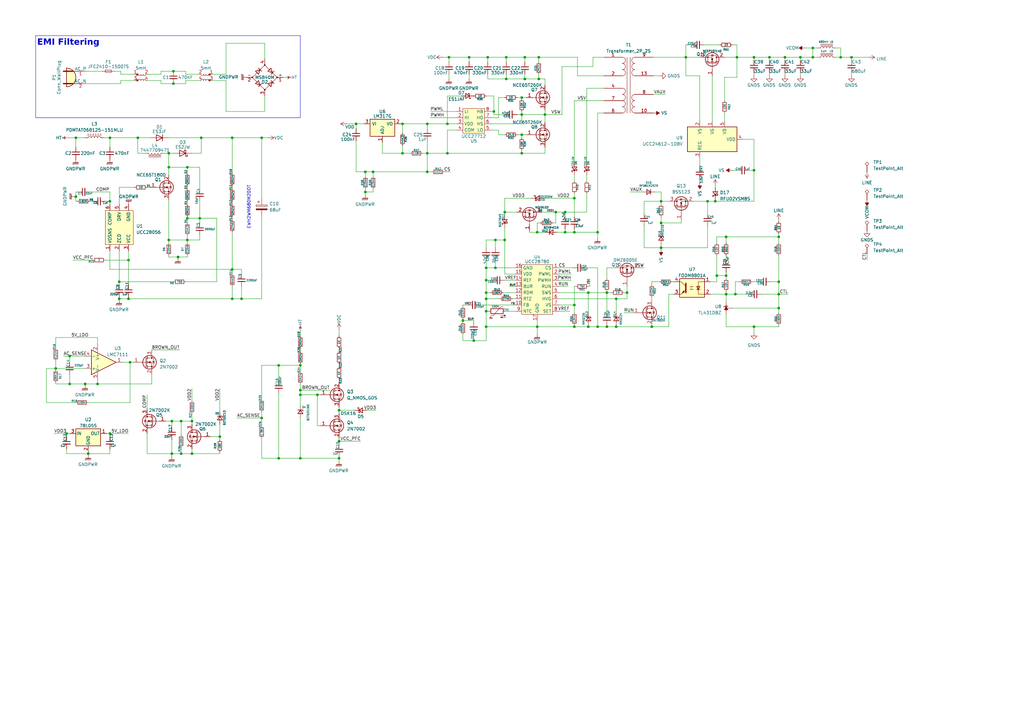
<source format=kicad_sch>
(kicad_sch (version 20230409) (generator eeschema)
  (paper "A3")
  (junction (at 321.945 23.495))
  (junction (at 107.315 56.515))
  (junction (at 199.39 127.635))
  (junction (at 76.835 98.425))
  (junction (at 123.19 160.02))
  (junction (at 227.965 86.995))
  (junction (at 309.245 23.495))
  (junction (at 319.405 97.155))
  (junction (at 165.1 50.8))
  (junction (at 123.19 187.96))
  (junction (at 31.115 56.515))
  (junction (at 45.085 82.55))
  (junction (at 271.145 101.6))
  (junction (at 203.2 109.855))
  (junction (at 52.705 106.68))
  (junction (at 36.195 186.055))
  (junction (at 53.34 148.59))
  (junction (at 319.405 126.365))
  (junction (at 207.01 98.425))
  (junction (at 199.39 133.985))
  (junction (at 207.645 32.385))
  (junction (at 149.86 78.74))
  (junction (at 297.815 113.03))
  (junction (at 45.085 177.8))
  (junction (at 22.86 151.13))
  (junction (at 245.11 95.25))
  (junction (at 95.25 110.49))
  (junction (at 70.485 172.72))
  (junction (at 149.86 70.485))
  (junction (at 28.575 157.48))
  (junction (at 175.26 50.8))
  (junction (at 344.805 23.495))
  (junction (at 302.26 23.495))
  (junction (at 241.3 120.015))
  (junction (at 257.175 120.015))
  (junction (at 248.92 133.985))
  (junction (at 315.595 23.495))
  (junction (at 235.585 81.28))
  (junction (at 48.895 122.555))
  (junction (at 95.25 122.555))
  (junction (at 45.085 56.515))
  (junction (at 40.005 157.48))
  (junction (at 294.005 113.03))
  (junction (at 293.37 82.55))
  (junction (at 328.295 23.495))
  (junction (at 301.625 120.65))
  (junction (at 319.405 115.57))
  (junction (at 213.995 55.245))
  (junction (at 235.585 133.985))
  (junction (at 333.375 23.495))
  (junction (at 333.375 19.685))
  (junction (at 70.485 186.055))
  (junction (at 146.05 50.8))
  (junction (at 56.515 56.515))
  (junction (at 107.315 171.45))
  (junction (at 290.195 82.55))
  (junction (at 99.06 122.555))
  (junction (at 309.245 69.85))
  (junction (at 252.73 122.555))
  (junction (at 271.145 82.55))
  (junction (at 130.175 161.925))
  (junction (at 199.39 120.015))
  (junction (at 183.515 62.865))
  (junction (at 235.585 125.095))
  (junction (at 183.515 50.8))
  (junction (at 74.295 172.72))
  (junction (at 52.705 122.555))
  (junction (at 213.995 62.865))
  (junction (at 153.035 70.485))
  (junction (at 194.31 139.7))
  (junction (at 90.17 179.07))
  (junction (at 114.3 149.86))
  (junction (at 69.215 68.58))
  (junction (at 203.2 98.425))
  (junction (at 220.98 23.495))
  (junction (at 349.25 23.495))
  (junction (at 123.19 149.86))
  (junction (at 252.73 133.985))
  (junction (at 297.815 97.155))
  (junction (at 175.26 62.865))
  (junction (at 28.575 146.05))
  (junction (at 139.065 168.275))
  (junction (at 220.345 133.985))
  (junction (at 71.12 29.21))
  (junction (at 200.025 23.495))
  (junction (at 184.15 23.495))
  (junction (at 213.995 40.005))
  (junction (at 207.01 86.995))
  (junction (at 231.775 95.25))
  (junction (at 199.39 122.555))
  (junction (at 207.645 23.495))
  (junction (at 199.39 109.855))
  (junction (at 281.305 23.495))
  (junction (at 123.19 161.925))
  (junction (at 248.92 120.015))
  (junction (at 231.775 86.995))
  (junction (at 76.835 89.535))
  (junction (at 78.74 172.72))
  (junction (at 223.52 46.99))
  (junction (at 69.215 62.865))
  (junction (at 31.115 80.645))
  (junction (at 235.585 95.25))
  (junction (at 76.835 68.58))
  (junction (at 139.065 187.96))
  (junction (at 95.25 56.515))
  (junction (at 297.815 120.65))
  (junction (at 271.145 91.44))
  (junction (at 213.995 46.99))
  (junction (at 319.405 120.65))
  (junction (at 34.925 157.48))
  (junction (at 202.565 45.72))
  (junction (at 220.345 95.25))
  (junction (at 71.12 34.29))
  (junction (at 48.895 115.57))
  (junction (at 74.295 186.055))
  (junction (at 175.26 70.485))
  (junction (at 139.065 180.975))
  (junction (at 220.98 32.385))
  (junction (at 309.245 133.985))
  (junction (at 245.11 133.985))
  (junction (at 165.1 62.865))
  (junction (at 114.3 187.96))
  (junction (at 199.39 114.935))
  (junction (at 267.335 133.985))
  (junction (at 82.55 56.515))
  (junction (at 27.305 177.8))
  (junction (at 78.74 186.055))
  (junction (at 69.215 98.425))
  (junction (at 73.025 105.41))
  (junction (at 189.865 131.445))
  (junction (at 192.405 23.495))
  (junction (at 241.3 133.985))
  (junction (at 215.265 23.495))
  (junction (at 215.265 32.385))
  (junction (at 81.915 89.535))
  (wire (pts (xy 182.245 70.485) (xy 184.785 70.485)))
  (wire (pts (xy 349.25 29.845) (xy 349.25 31.115)))
  (wire (pts (xy 203.2 98.425) (xy 207.01 98.425)))
  (wire (pts (xy 45.085 186.055) (xy 36.195 186.055)))
  (wire (pts (xy 271.145 101.6) (xy 264.16 101.6)))
  (wire (pts (xy 235.585 79.375) (xy 235.585 81.28)))
  (wire (pts (xy 223.52 32.385) (xy 223.52 34.925)))
  (wire (pts (xy 235.585 66.675) (xy 235.585 41.275)))
  (wire (pts (xy 70.485 186.055) (xy 70.485 187.325)))
  (wire (pts (xy 235.585 133.35) (xy 235.585 133.985)))
  (wire (pts (xy 319.405 97.155) (xy 319.405 99.695)))
  (wire (pts (xy 319.405 133.985) (xy 319.405 133.35)))
  (wire (pts (xy 292.1 31.115) (xy 292.1 49.53)))
  (wire (pts (xy 328.295 29.845) (xy 328.295 31.115)))
  (wire (pts (xy 319.405 115.57) (xy 319.405 120.65)))
  (wire (pts (xy 199.39 139.7) (xy 199.39 133.985)))
  (wire (pts (xy 213.995 40.005) (xy 213.995 40.64)))
  (wire (pts (xy 22.86 151.13) (xy 19.05 151.13)))
  (wire (pts (xy 114.3 187.96) (xy 123.19 187.96)))
  (wire (pts (xy 139.065 187.325) (xy 139.065 187.96)))
  (wire (pts (xy 81.915 68.58) (xy 76.835 68.58)))
  (wire (pts (xy 153.035 70.485) (xy 175.26 70.485)))
  (wire (pts (xy 76.2 30.48) (xy 81.915 30.48)))
  (wire (pts (xy 199.39 109.855) (xy 199.39 114.935)))
  (wire (pts (xy 82.55 56.515) (xy 82.55 62.865)))
  (wire (pts (xy 307.34 69.85) (xy 309.245 69.85)))
  (wire (pts (xy 284.48 82.55) (xy 290.195 82.55)))
  (wire (pts (xy 236.855 31.115) (xy 247.65 31.115)))
  (wire (pts (xy 78.74 184.15) (xy 78.74 186.055)))
  (wire (pts (xy 199.39 120.015) (xy 201.295 120.015)))
  (wire (pts (xy 45.085 56.515) (xy 45.085 60.325)))
  (wire (pts (xy 189.865 125.095) (xy 189.865 125.73)))
  (wire (pts (xy 229.235 114.935) (xy 234.315 114.935)))
  (wire (pts (xy 175.26 57.785) (xy 175.26 62.865)))
  (wire (pts (xy 95.25 88.9) (xy 95.25 90.17)))
  (wire (pts (xy 28.575 153.67) (xy 28.575 157.48)))
  (wire (pts (xy 60.325 161.925) (xy 60.325 167.64)))
  (wire (pts (xy 48.895 122.555) (xy 52.705 122.555)))
  (wire (pts (xy 235.585 93.98) (xy 235.585 95.25)))
  (wire (pts (xy 207.645 127.635) (xy 211.455 127.635)))
  (wire (pts (xy 271.145 102.235) (xy 271.145 101.6)))
  (wire (pts (xy 194.31 137.16) (xy 194.31 139.7)))
  (wire (pts (xy 271.145 78.74) (xy 271.145 82.55)))
  (wire (pts (xy 92.71 30.48) (xy 86.995 30.48)))
  (wire (pts (xy 149.86 78.74) (xy 153.035 78.74)))
  (wire (pts (xy 97.155 171.45) (xy 107.315 171.45)))
  (wire (pts (xy 92.71 45.72) (xy 108.585 45.72)))
  (wire (pts (xy 45.085 110.49) (xy 45.085 102.87)))
  (wire (pts (xy 184.15 23.495) (xy 184.15 25.4)))
  (wire (pts (xy 149.86 80.01) (xy 149.86 78.74)))
  (wire (pts (xy 92.71 17.78) (xy 108.585 17.78)))
  (wire (pts (xy 43.815 177.8) (xy 45.085 177.8)))
  (wire (pts (xy 114.3 149.86) (xy 114.3 156.21)))
  (wire (pts (xy 252.73 133.985) (xy 267.335 133.985)))
  (wire (pts (xy 204.47 48.26) (xy 201.295 48.26)))
  (wire (pts (xy 342.9 23.495) (xy 344.805 23.495)))
  (wire (pts (xy 309.245 69.85) (xy 309.245 57.15)))
  (wire (pts (xy 189.865 125.095) (xy 191.77 125.095)))
  (wire (pts (xy 60.325 177.8) (xy 60.325 186.055)))
  (wire (pts (xy 223.52 50.165) (xy 223.52 46.99)))
  (wire (pts (xy 165.1 50.8) (xy 175.26 50.8)))
  (wire (pts (xy 90.17 159.385) (xy 90.17 168.91)))
  (wire (pts (xy 153.035 78.74) (xy 153.035 77.47)))
  (wire (pts (xy 229.235 125.095) (xy 235.585 125.095)))
  (wire (pts (xy 328.295 23.495) (xy 328.295 24.765)))
  (wire (pts (xy 297.815 120.65) (xy 301.625 120.65)))
  (wire (pts (xy 56.515 56.515) (xy 56.515 62.865)))
  (wire (pts (xy 270.51 115.57) (xy 267.335 115.57)))
  (wire (pts (xy 201.295 50.8) (xy 213.995 50.8)))
  (wire (pts (xy 213.995 56.515) (xy 213.995 55.245)))
  (wire (pts (xy 293.37 76.2) (xy 293.37 76.835)))
  (wire (pts (xy 248.92 133.985) (xy 252.73 133.985)))
  (wire (pts (xy 243.205 27.305) (xy 230.505 27.305)))
  (wire (pts (xy 355.6 104.14) (xy 355.6 106.68)))
  (wire (pts (xy 31.115 56.515) (xy 31.115 60.325)))
  (wire (pts (xy 184.15 30.48) (xy 184.15 32.385)))
  (wire (pts (xy 70.485 180.34) (xy 70.485 186.055)))
  (wire (pts (xy 99.06 117.475) (xy 99.06 122.555)))
  (wire (pts (xy 220.98 30.48) (xy 220.98 32.385)))
  (wire (pts (xy 146.05 70.485) (xy 149.86 70.485)))
  (wire (pts (xy 264.16 87.63) (xy 264.16 82.55)))
  (wire (pts (xy 176.53 45.72) (xy 187.325 45.72)))
  (wire (pts (xy 48.895 121.92) (xy 48.895 122.555)))
  (wire (pts (xy 36.83 78.74) (xy 45.085 78.74)))
  (wire (pts (xy 28.575 146.05) (xy 28.575 148.59)))
  (wire (pts (xy 248.92 109.855) (xy 248.92 114.3)))
  (wire (pts (xy 31.115 82.55) (xy 31.115 80.645)))
  (wire (pts (xy 139.065 168.275) (xy 145.415 168.275)))
  (wire (pts (xy 81.915 77.47) (xy 81.915 68.58)))
  (wire (pts (xy 302.26 31.75) (xy 302.26 23.495)))
  (wire (pts (xy 271.145 101.6) (xy 290.195 101.6)))
  (wire (pts (xy 76.835 89.535) (xy 76.835 91.44)))
  (wire (pts (xy 312.42 120.65) (xy 319.405 120.65)))
  (wire (pts (xy 34.925 157.48) (xy 40.005 157.48)))
  (wire (pts (xy 95.25 110.49) (xy 95.25 112.395)))
  (wire (pts (xy 281.305 18.415) (xy 283.845 18.415)))
  (wire (pts (xy 107.315 56.515) (xy 109.855 56.515)))
  (wire (pts (xy 22.86 138.43) (xy 40.005 138.43)))
  (wire (pts (xy 22.86 157.48) (xy 22.86 156.845)))
  (wire (pts (xy 108.585 17.78) (xy 108.585 24.13)))
  (wire (pts (xy 199.39 109.855) (xy 203.2 109.855)))
  (wire (pts (xy 139.065 142.875) (xy 139.065 144.145)))
  (wire (pts (xy 300.355 18.415) (xy 302.26 18.415)))
  (wire (pts (xy 165.1 50.8) (xy 165.1 54.61)))
  (wire (pts (xy 70.485 172.72) (xy 70.485 175.26)))
  (wire (pts (xy 183.515 62.865) (xy 213.995 62.865)))
  (wire (pts (xy 199.39 122.555) (xy 199.39 127.635)))
  (wire (pts (xy 52.705 122.555) (xy 95.25 122.555)))
  (wire (pts (xy 139.065 168.275) (xy 139.065 169.545)))
  (wire (pts (xy 267.335 115.57) (xy 267.335 116.84)))
  (wire (pts (xy 69.215 105.41) (xy 69.215 104.775)))
  (wire (pts (xy 146.05 57.785) (xy 146.05 70.485)))
  (wire (pts (xy 56.515 62.865) (xy 59.69 62.865)))
  (wire (pts (xy 297.815 128.905) (xy 297.815 133.985)))
  (wire (pts (xy 107.315 88.9) (xy 107.315 122.555)))
  (wire (pts (xy 40.005 138.43) (xy 40.005 140.97)))
  (wire (pts (xy 204.47 55.245) (xy 204.47 53.34)))
  (wire (pts (xy 50.165 148.59) (xy 53.34 148.59)))
  (wire (pts (xy 293.37 82.55) (xy 309.245 82.55)))
  (wire (pts (xy 241.3 133.985) (xy 245.11 133.985)))
  (wire (pts (xy 294.005 104.775) (xy 294.005 113.03)))
  (wire (pts (xy 229.235 122.555) (xy 252.73 122.555)))
  (wire (pts (xy 45.085 184.15) (xy 45.085 186.055)))
  (wire (pts (xy 92.71 33.02) (xy 86.995 33.02)))
  (wire (pts (xy 92.71 17.78) (xy 92.71 30.48)))
  (wire (pts (xy 29.845 106.68) (xy 38.1 106.68)))
  (wire (pts (xy 268.605 78.74) (xy 271.145 78.74)))
  (wire (pts (xy 231.775 86.995) (xy 240.665 86.995)))
  (wire (pts (xy 252.095 109.855) (xy 248.92 109.855)))
  (wire (pts (xy 294.005 97.155) (xy 297.815 97.155)))
  (wire (pts (xy 245.11 46.355) (xy 245.11 95.25)))
  (wire (pts (xy 294.005 99.695) (xy 294.005 97.155)))
  (wire (pts (xy 319.405 126.365) (xy 319.405 120.65)))
  (wire (pts (xy 73.025 106.045) (xy 73.025 105.41)))
  (wire (pts (xy 183.515 39.37) (xy 189.23 39.37)))
  (wire (pts (xy 27.305 56.515) (xy 31.115 56.515)))
  (wire (pts (xy 319.405 126.365) (xy 319.405 128.27)))
  (wire (pts (xy 139.065 149.225) (xy 139.065 150.495)))
  (wire (pts (xy 309.245 57.15) (xy 304.8 57.15)))
  (wire (pts (xy 108.585 45.72) (xy 108.585 39.37)))
  (wire (pts (xy 130.175 161.925) (xy 131.445 161.925)))
  (wire (pts (xy 281.305 23.495) (xy 287.02 23.495)))
  (wire (pts (xy 149.86 77.47) (xy 149.86 78.74)))
  (wire (pts (xy 76.2 115.57) (xy 88.9 115.57)))
  (wire (pts (xy 235.585 81.28) (xy 235.585 88.9)))
  (wire (pts (xy 215.265 32.385) (xy 220.98 32.385)))
  (wire (pts (xy 153.035 70.485) (xy 153.035 72.39)))
  (wire (pts (xy 123.19 160.02) (xy 123.19 161.925)))
  (wire (pts (xy 192.405 23.495) (xy 192.405 25.4)))
  (wire (pts (xy 123.19 161.925) (xy 123.19 166.37)))
  (wire (pts (xy 207.645 23.495) (xy 207.645 25.4)))
  (wire (pts (xy 309.245 133.985) (xy 309.245 136.525)))
  (wire (pts (xy 95.25 117.475) (xy 95.25 122.555)))
  (wire (pts (xy 76.2 29.21) (xy 71.12 29.21)))
  (wire (pts (xy 86.36 179.07) (xy 90.17 179.07)))
  (wire (pts (xy 319.405 95.885) (xy 319.405 97.155)))
  (wire (pts (xy 123.19 187.96) (xy 139.065 187.96)))
  (wire (pts (xy 95.25 56.515) (xy 107.315 56.515)))
  (wire (pts (xy 70.485 172.72) (xy 74.295 172.72)))
  (wire (pts (xy 48.895 76.835) (xy 55.245 76.835)))
  (wire (pts (xy 241.935 114.3) (xy 241.935 117.475)))
  (wire (pts (xy 36.195 186.055) (xy 36.195 186.69)))
  (wire (pts (xy 60.325 186.055) (xy 70.485 186.055)))
  (wire (pts (xy 95.25 82.55) (xy 95.25 83.82)))
  (wire (pts (xy 207.01 86.995) (xy 207.01 88.265)))
  (wire (pts (xy 107.315 168.91) (xy 107.315 171.45)))
  (wire (pts (xy 52.705 106.68) (xy 52.705 116.84)))
  (wire (pts (xy 49.53 30.48) (xy 55.245 30.48)))
  (wire (pts (xy 28.575 146.05) (xy 34.925 146.05)))
  (wire (pts (xy 243.205 23.495) (xy 243.205 27.305)))
  (wire (pts (xy 52.705 121.92) (xy 52.705 122.555)))
  (wire (pts (xy 303.53 115.57) (xy 301.625 115.57)))
  (wire (pts (xy 74.295 172.72) (xy 78.74 172.72)))
  (wire (pts (xy 183.515 53.34) (xy 183.515 62.865)))
  (wire (pts (xy 293.37 82.55) (xy 290.195 82.55)))
  (wire (pts (xy 236.855 23.495) (xy 236.855 31.115)))
  (wire (pts (xy 95.25 56.515) (xy 95.25 71.12)))
  (wire (pts (xy 226.695 91.44) (xy 227.965 91.44)))
  (wire (pts (xy 69.215 98.425) (xy 76.835 98.425)))
  (wire (pts (xy 240.665 79.375) (xy 240.665 86.995)))
  (wire (pts (xy 300.355 126.365) (xy 319.405 126.365)))
  (wire (pts (xy 88.9 89.535) (xy 88.9 115.57)))
  (wire (pts (xy 139.065 179.705) (xy 139.065 180.975)))
  (wire (pts (xy 40.005 157.48) (xy 62.23 157.48)))
  (wire (pts (xy 48.895 83.82) (xy 48.895 76.835)))
  (wire (pts (xy 82.55 56.515) (xy 95.25 56.515)))
  (wire (pts (xy 56.515 56.515) (xy 61.595 56.515)))
  (wire (pts (xy 213.995 40.005) (xy 215.9 40.005)))
  (wire (pts (xy 199.39 127.635) (xy 199.39 133.985)))
  (wire (pts (xy 235.585 125.095) (xy 235.585 128.27)))
  (wire (pts (xy 309.245 23.495) (xy 309.245 24.765)))
  (wire (pts (xy 114.3 149.86) (xy 123.19 149.86)))
  (wire (pts (xy 321.945 23.495) (xy 328.295 23.495)))
  (wire (pts (xy 223.52 45.085) (xy 223.52 46.99)))
  (wire (pts (xy 22.86 151.13) (xy 22.86 151.765)))
  (wire (pts (xy 220.345 133.985) (xy 235.585 133.985)))
  (wire (pts (xy 330.2 19.685) (xy 333.375 19.685)))
  (wire (pts (xy 123.19 157.48) (xy 123.19 160.02)))
  (wire (pts (xy 123.19 142.875) (xy 123.19 144.145)))
  (wire (pts (xy 183.515 50.8) (xy 187.325 50.8)))
  (wire (pts (xy 207.01 40.005) (xy 204.47 40.005)))
  (wire (pts (xy 344.805 19.685) (xy 344.805 23.495)))
  (wire (pts (xy 301.625 115.57) (xy 301.625 120.65)))
  (wire (pts (xy 245.11 95.25) (xy 245.11 97.79)))
  (wire (pts (xy 53.34 165.1) (xy 53.34 148.59)))
  (wire (pts (xy 231.775 88.9) (xy 231.775 86.995)))
  (wire (pts (xy 116.205 31.75) (xy 117.475 31.75)))
  (wire (pts (xy 267.97 23.495) (xy 281.305 23.495)))
  (wire (pts (xy 231.775 95.25) (xy 235.585 95.25)))
  (wire (pts (xy 319.405 104.775) (xy 319.405 115.57)))
  (wire (pts (xy 301.625 120.65) (xy 307.34 120.65)))
  (wire (pts (xy 130.175 174.625) (xy 130.175 161.925)))
  (wire (pts (xy 287.02 73.66) (xy 287.02 74.93)))
  (wire (pts (xy 297.815 113.03) (xy 297.815 114.3)))
  (wire (pts (xy 297.18 31.75) (xy 302.26 31.75)))
  (wire (pts (xy 66.04 30.48) (xy 60.325 30.48)))
  (wire (pts (xy 215.265 30.48) (xy 215.265 32.385)))
  (wire (pts (xy 139.065 180.975) (xy 147.955 180.975)))
  (wire (pts (xy 66.04 34.29) (xy 66.04 33.02)))
  (wire (pts (xy 181.61 23.495) (xy 184.15 23.495)))
  (wire (pts (xy 34.925 158.115) (xy 34.925 157.48)))
  (wire (pts (xy 45.085 83.82) (xy 45.085 82.55)))
  (wire (pts (xy 78.74 159.385) (xy 78.74 164.465)))
  (wire (pts (xy 213.995 62.865) (xy 223.52 62.865)))
  (wire (pts (xy 342.9 19.685) (xy 344.805 19.685)))
  (wire (pts (xy 19.05 151.13) (xy 19.05 165.1)))
  (wire (pts (xy 302.26 18.415) (xy 302.26 23.495)))
  (wire (pts (xy 247.65 36.195) (xy 240.665 36.195)))
  (wire (pts (xy 70.485 186.055) (xy 74.295 186.055)))
  (wire (pts (xy 247.65 46.355) (xy 245.11 46.355)))
  (wire (pts (xy 199.39 133.985) (xy 220.345 133.985)))
  (wire (pts (xy 220.345 95.25) (xy 223.52 95.25)))
  (wire (pts (xy 99.06 112.395) (xy 99.06 110.49)))
  (wire (pts (xy 22.86 151.13) (xy 34.925 151.13)))
  (wire (pts (xy 81.915 82.55) (xy 81.915 89.535)))
  (wire (pts (xy 291.465 120.65) (xy 297.815 120.65)))
  (wire (pts (xy 107.315 149.86) (xy 114.3 149.86)))
  (wire (pts (xy 263.525 78.74) (xy 258.445 78.74)))
  (wire (pts (xy 271.145 91.44) (xy 279.4 91.44)))
  (wire (pts (xy 344.805 23.495) (xy 349.25 23.495)))
  (wire (pts (xy 315.595 23.495) (xy 321.945 23.495)))
  (wire (pts (xy 309.245 82.55) (xy 309.245 69.85)))
  (wire (pts (xy 49.53 33.02) (xy 55.245 33.02)))
  (wire (pts (xy 131.445 174.625) (xy 130.175 174.625)))
  (wire (pts (xy 142.24 50.8) (xy 146.05 50.8)))
  (wire (pts (xy 164.465 50.8) (xy 165.1 50.8)))
  (wire (pts (xy 293.37 81.915) (xy 293.37 82.55)))
  (wire (pts (xy 139.065 135.255) (xy 139.065 137.795)))
  (wire (pts (xy 297.815 133.985) (xy 309.245 133.985)))
  (wire (pts (xy 76.835 89.535) (xy 76.835 88.9)))
  (wire (pts (xy 290.195 92.71) (xy 290.195 101.6)))
  (wire (pts (xy 95.25 76.2) (xy 95.25 77.47)))
  (wire (pts (xy 319.405 120.65) (xy 323.215 120.65)))
  (wire (pts (xy 281.305 31.115) (xy 281.305 23.495)))
  (wire (pts (xy 252.73 128.27) (xy 252.73 122.555)))
  (wire (pts (xy 43.18 82.55) (xy 45.085 82.55)))
  (wire (pts (xy 229.235 109.855) (xy 234.95 109.855)))
  (wire (pts (xy 189.865 131.445) (xy 189.865 132.08)))
  (wire (pts (xy 202.565 46.99) (xy 202.565 45.72)))
  (wire (pts (xy 316.23 115.57) (xy 319.405 115.57)))
  (wire (pts (xy 27.305 186.055) (xy 36.195 186.055)))
  (wire (pts (xy 153.035 70.485) (xy 149.86 70.485)))
  (wire (pts (xy 294.005 113.03) (xy 294.005 115.57)))
  (wire (pts (xy 290.195 82.55) (xy 290.195 87.63)))
  (wire (pts (xy 207.645 32.385) (xy 215.265 32.385)))
  (wire (pts (xy 267.97 38.735) (xy 273.05 38.735)))
  (wire (pts (xy 202.565 39.37) (xy 202.565 45.72)))
  (wire (pts (xy 221.615 91.44) (xy 220.345 91.44)))
  (wire (pts (xy 76.835 105.41) (xy 73.025 105.41)))
  (wire (pts (xy 271.145 88.9) (xy 271.145 91.44)))
  (wire (pts (xy 241.3 128.27) (xy 241.3 120.015)))
  (wire (pts (xy 48.895 115.57) (xy 48.895 102.87)))
  (wire (pts (xy 192.405 23.495) (xy 200.025 23.495)))
  (wire (pts (xy 229.235 127.635) (xy 233.68 127.635)))
  (wire (pts (xy 220.345 91.44) (xy 220.345 95.25)))
  (wire (pts (xy 207.01 98.425) (xy 207.01 112.395)))
  (wire (pts (xy 215.265 23.495) (xy 220.98 23.495)))
  (wire (pts (xy 175.26 50.8) (xy 183.515 50.8)))
  (wire (pts (xy 175.26 62.865) (xy 183.515 62.865)))
  (wire (pts (xy 49.53 34.29) (xy 49.53 33.02)))
  (wire (pts (xy 231.775 93.98) (xy 231.775 95.25)))
  (wire (pts (xy 200.025 30.48) (xy 200.025 32.385)))
  (wire (pts (xy 208.915 117.475) (xy 211.455 117.475)))
  (wire (pts (xy 213.995 46.99) (xy 223.52 46.99)))
  (wire (pts (xy 123.19 149.225) (xy 123.19 149.86)))
  (wire (pts (xy 107.315 81.28) (xy 107.315 56.515)))
  (wire (pts (xy 276.225 120.65) (xy 274.32 120.65)))
  (wire (pts (xy 222.885 81.28) (xy 235.585 81.28)))
  (wire (pts (xy 321.945 23.495) (xy 321.945 24.765)))
  (wire (pts (xy 333.375 23.495) (xy 335.28 23.495)))
  (wire (pts (xy 107.315 179.705) (xy 107.315 187.96)))
  (wire (pts (xy 247.65 23.495) (xy 243.205 23.495)))
  (wire (pts (xy 95.25 95.25) (xy 95.25 110.49)))
  (wire (pts (xy 271.145 82.55) (xy 274.32 82.55)))
  (wire (pts (xy 90.17 186.055) (xy 78.74 186.055)))
  (wire (pts (xy 74.295 172.72) (xy 74.295 178.435)))
  (wire (pts (xy 203.2 109.855) (xy 211.455 109.855)))
  (wire (pts (xy 220.98 32.385) (xy 223.52 32.385)))
  (wire (pts (xy 200.025 32.385) (xy 207.645 32.385)))
  (wire (pts (xy 199.39 122.555) (xy 205.105 122.555)))
  (wire (pts (xy 297.815 97.155) (xy 319.405 97.155)))
  (wire (pts (xy 76.835 98.425) (xy 76.835 99.695)))
  (wire (pts (xy 235.585 133.985) (xy 241.3 133.985)))
  (wire (pts (xy 81.915 89.535) (xy 81.915 91.44)))
  (wire (pts (xy 52.705 102.87) (xy 52.705 106.68)))
  (wire (pts (xy 123.19 149.86) (xy 123.19 152.4)))
  (wire (pts (xy 26.035 146.05) (xy 28.575 146.05)))
  (wire (pts (xy 92.71 33.02) (xy 92.71 45.72)))
  (wire (pts (xy 207.01 93.345) (xy 207.01 98.425)))
  (wire (pts (xy 201.93 114.935) (xy 199.39 114.935)))
  (wire (pts (xy 48.895 115.57) (xy 71.12 115.57)))
  (wire (pts (xy 22.86 142.875) (xy 22.86 138.43)))
  (wire (pts (xy 199.39 98.425) (xy 203.2 98.425)))
  (wire (pts (xy 81.915 98.425) (xy 76.835 98.425)))
  (wire (pts (xy 31.115 78.74) (xy 31.75 78.74)))
  (wire (pts (xy 99.06 122.555) (xy 107.315 122.555)))
  (wire (pts (xy 156.845 62.865) (xy 156.845 58.42)))
  (wire (pts (xy 264.16 92.71) (xy 264.16 101.6)))
  (wire (pts (xy 95.25 122.555) (xy 99.06 122.555)))
  (wire (pts (xy 76.2 29.21) (xy 76.2 30.48)))
  (wire (pts (xy 150.495 168.275) (xy 154.305 168.275)))
  (wire (pts (xy 184.15 23.495) (xy 192.405 23.495)))
  (wire (pts (xy 66.04 29.21) (xy 71.12 29.21)))
  (wire (pts (xy 207.645 23.495) (xy 215.265 23.495)))
  (wire (pts (xy 31.75 82.55) (xy 31.115 82.55)))
  (wire (pts (xy 287.02 31.115) (xy 281.305 31.115)))
  (wire (pts (xy 248.92 133.35) (xy 248.92 133.985)))
  (wire (pts (xy 203.2 101.6) (xy 203.2 98.425)))
  (wire (pts (xy 315.595 29.845) (xy 315.595 31.115)))
  (wire (pts (xy 76.835 104.775) (xy 76.835 105.41)))
  (wire (pts (xy 139.065 189.23) (xy 139.065 187.96)))
  (wire (pts (xy 308.61 115.57) (xy 311.15 115.57)))
  (wire (pts (xy 248.92 119.38) (xy 248.92 120.015)))
  (wire (pts (xy 123.19 160.02) (xy 135.255 160.02)))
  (wire (pts (xy 90.17 173.99) (xy 90.17 179.07)))
  (wire (pts (xy 291.465 115.57) (xy 294.005 115.57)))
  (wire (pts (xy 69.215 62.865) (xy 71.12 62.865)))
  (wire (pts (xy 281.305 23.495) (xy 281.305 18.415)))
  (wire (pts (xy 123.19 161.925) (xy 130.175 161.925)))
  (wire (pts (xy 76.2 33.02) (xy 81.915 33.02)))
  (wire (pts (xy 227.965 91.44) (xy 227.965 86.995)))
  (wire (pts (xy 349.25 23.495) (xy 349.25 24.765)))
  (wire (pts (xy 49.53 29.21) (xy 49.53 30.48)))
  (wire (pts (xy 69.215 81.915) (xy 69.215 98.425)))
  (wire (pts (xy 46.99 29.21) (xy 49.53 29.21)))
  (wire (pts (xy 192.405 30.48) (xy 192.405 32.385)))
  (wire (pts (xy 194.31 139.7) (xy 189.865 139.7)))
  (wire (pts (xy 66.04 33.02) (xy 60.325 33.02)))
  (wire (pts (xy 315.595 23.495) (xy 315.595 24.765)))
  (wire (pts (xy 67.945 172.72) (xy 70.485 172.72)))
  (wire (pts (xy 36.195 185.42) (xy 36.195 186.055)))
  (wire (pts (xy 241.3 133.35) (xy 241.3 133.985)))
  (wire (pts (xy 240.03 109.855) (xy 245.11 109.855)))
  (wire (pts (xy 240.665 36.195) (xy 240.665 66.675)))
  (wire (pts (xy 194.31 132.08) (xy 194.31 131.445)))
  (wire (pts (xy 27.305 184.15) (xy 27.305 186.055)))
  (wire (pts (xy 90.17 185.42) (xy 90.17 186.055)))
  (wire (pts (xy 45.085 56.515) (xy 56.515 56.515)))
  (wire (pts (xy 66.04 34.29) (xy 71.12 34.29)))
  (wire (pts (xy 78.74 169.545) (xy 78.74 172.72)))
  (wire (pts (xy 176.53 48.26) (xy 187.325 48.26)))
  (wire (pts (xy 255.905 120.015) (xy 257.175 120.015)))
  (wire (pts (xy 287.02 64.77) (xy 287.02 68.58)))
  (wire (pts (xy 262.255 109.855) (xy 264.16 109.855)))
  (wire (pts (xy 230.505 27.305) (xy 230.505 46.99)))
  (wire (pts (xy 90.17 179.07) (xy 90.17 180.34)))
  (wire (pts (xy 189.865 137.16) (xy 189.865 139.7)))
  (wire (pts (xy 76.835 82.55) (xy 76.835 83.82)))
  (wire (pts (xy 302.26 23.495) (xy 309.245 23.495)))
  (wire (pts (xy 146.05 50.8) (xy 146.05 52.705)))
  (wire (pts (xy 223.52 46.99) (xy 230.505 46.99)))
  (wire (pts (xy 165.1 62.865) (xy 168.275 62.865)))
  (wire (pts (xy 235.585 125.095) (xy 235.585 117.475)))
  (wire (pts (xy 189.865 131.445) (xy 194.31 131.445)))
  (wire (pts (xy 35.56 34.29) (xy 49.53 34.29)))
  (wire (pts (xy 19.05 165.1) (xy 31.115 165.1)))
  (wire (pts (xy 187.325 53.34) (xy 183.515 53.34)))
  (wire (pts (xy 175.26 70.485) (xy 177.165 70.485)))
  (wire (pts (xy 245.11 109.855) (xy 245.11 133.985)))
  (wire (pts (xy 173.355 62.865) (xy 175.26 62.865)))
  (wire (pts (xy 165.1 59.69) (xy 165.1 62.865)))
  (wire (pts (xy 202.565 45.72) (xy 201.295 45.72)))
  (wire (pts (xy 212.09 46.99) (xy 213.995 46.99)))
  (wire (pts (xy 267.335 133.35) (xy 267.335 133.985)))
  (wire (pts (xy 300.355 69.85) (xy 302.26 69.85)))
  (wire (pts (xy 107.315 171.45) (xy 107.315 174.625)))
  (wire (pts (xy 333.375 19.685) (xy 333.375 23.495)))
  (wire (pts (xy 252.73 122.555) (xy 257.175 122.555)))
  (wire (pts (xy 35.56 29.21) (xy 41.91 29.21)))
  (wire (pts (xy 107.315 163.83) (xy 107.315 149.86)))
  (wire (pts (xy 229.235 120.015) (xy 241.3 120.015)))
  (wire (pts (xy 267.97 31.115) (xy 270.51 31.115)))
  (wire (pts (xy 319.405 90.17) (xy 319.405 90.805)))
  (wire (pts (xy 69.215 62.865) (xy 69.215 68.58)))
  (wire (pts (xy 76.835 98.425) (xy 76.835 96.52)))
  (wire (pts (xy 81.915 96.52) (xy 81.915 98.425)))
  (wire (pts (xy 223.52 60.325) (xy 223.52 62.865)))
  (wire (pts (xy 257.175 117.475) (xy 257.175 120.015)))
  (wire (pts (xy 81.915 89.535) (xy 76.835 89.535)))
  (wire (pts (xy 349.25 23.495) (xy 356.235 23.495)))
  (wire (pts (xy 199.39 101.6) (xy 199.39 98.425)))
  (wire (pts (xy 139.065 180.975) (xy 139.065 182.245)))
  (wire (pts (xy 207.01 112.395) (xy 211.455 112.395)))
  (wire (pts (xy 235.585 71.755) (xy 235.585 74.295)))
  (wire (pts (xy 199.39 114.935) (xy 199.39 120.015)))
  (wire (pts (xy 69.215 99.695) (xy 69.215 98.425)))
  (wire (pts (xy 95.25 110.49) (xy 45.085 110.49)))
  (wire (pts (xy 27.305 177.8) (xy 27.305 179.07)))
  (wire (pts (xy 229.235 117.475) (xy 233.045 117.475)))
  (wire (pts (xy 156.845 62.865) (xy 165.1 62.865)))
  (wire (pts (xy 229.235 112.395) (xy 234.315 112.395)))
  (wire (pts (xy 248.92 120.015) (xy 250.825 120.015)))
  (wire (pts (xy 74.295 186.055) (xy 78.74 186.055)))
  (wire (pts (xy 175.26 50.8) (xy 175.26 52.705)))
  (wire (pts (xy 114.3 161.29) (xy 114.3 187.96)))
  (wire (pts (xy 240.665 71.755) (xy 240.665 74.295)))
  (wire (pts (xy 139.065 167.005) (xy 139.065 168.275)))
  (wire (pts (xy 204.47 40.005) (xy 204.47 48.26)))
  (wire (pts (xy 22.86 147.955) (xy 22.86 151.13)))
  (wire (pts (xy 297.815 111.76) (xy 297.815 113.03)))
  (wire (pts (xy 69.215 68.58) (xy 76.835 68.58)))
  (wire (pts (xy 220.98 25.4) (xy 220.98 23.495)))
  (wire (pts (xy 76.835 76.2) (xy 76.835 77.47)))
  (wire (pts (xy 67.31 62.865) (xy 69.215 62.865)))
  (wire (pts (xy 203.2 106.68) (xy 203.2 109.855)))
  (wire (pts (xy 220.345 133.985) (xy 220.345 137.16)))
  (wire (pts (xy 69.215 56.515) (xy 82.55 56.515)))
  (wire (pts (xy 211.455 114.935) (xy 207.01 114.935)))
  (wire (pts (xy 31.115 56.515) (xy 34.925 56.515)))
  (wire (pts (xy 235.585 117.475) (xy 236.22 117.475)))
  (wire (pts (xy 241.3 120.015) (xy 248.92 120.015)))
  (wire (pts (xy 53.34 148.59) (xy 54.61 148.59)))
  (wire (pts (xy 245.11 133.985) (xy 248.92 133.985)))
  (wire (pts (xy 78.74 173.99) (xy 78.74 172.72)))
  (wire (pts (xy 213.995 55.245) (xy 215.9 55.245)))
  (wire (pts (xy 204.47 53.34) (xy 201.295 53.34)))
  (wire (pts (xy 309.245 23.495) (xy 315.595 23.495)))
  (wire (pts (xy 62.23 157.48) (xy 62.23 153.67)))
  (wire (pts (xy 309.245 29.845) (xy 309.245 31.115)))
  (wire (pts (xy 279.4 90.17) (xy 279.4 91.44)))
  (wire (pts (xy 27.305 177.8) (xy 28.575 177.8)))
  (wire (pts (xy 302.26 23.495) (xy 297.18 23.495)))
  (wire (pts (xy 30.48 80.645) (xy 31.115 80.645)))
  (wire (pts (xy 264.16 82.55) (xy 271.145 82.55)))
  (wire (pts (xy 227.965 86.995) (xy 231.775 86.995)))
  (wire (pts (xy 297.18 41.275) (xy 297.18 31.75)))
  (wire (pts (xy 194.31 139.7) (xy 199.39 139.7)))
  (wire (pts (xy 199.39 39.37) (xy 202.565 39.37)))
  (wire (pts (xy 297.815 119.38) (xy 297.815 120.65)))
  (wire (pts (xy 36.195 165.1) (xy 53.34 165.1)))
  (wire (pts (xy 76.2 34.29) (xy 76.2 33.02)))
  (wire (pts (xy 309.245 133.985) (xy 319.405 133.985)))
  (wire (pts (xy 183.515 50.8) (xy 183.515 39.37)))
  (wire (pts (xy 73.66 143.51) (xy 62.23 143.51)))
  (wire (pts (xy 297.815 97.155) (xy 297.815 99.695)))
  (wire (pts (xy 220.98 23.495) (xy 236.855 23.495)))
  (wire (pts (xy 255.905 128.27) (xy 259.715 128.27)))
  (wire (pts (xy 271.145 83.82) (xy 271.145 82.55)))
  (wire (pts (xy 139.065 155.575) (xy 139.065 156.845)))
  (wire (pts (xy 43.18 106.68) (xy 52.705 106.68)))
  (wire (pts (xy 81.915 89.535) (xy 88.9 89.535)))
  (wire (pts (xy 297.18 46.355) (xy 297.18 49.53)))
  (wire (pts (xy 76.2 34.29) (xy 71.12 34.29)))
  (wire (pts (xy 222.25 86.995) (xy 227.965 86.995)))
  (wire (pts (xy 76.835 68.58) (xy 76.835 71.12)))
  (wire (pts (xy 99.06 110.49) (xy 95.25 110.49)))
  (wire (pts (xy 252.73 133.35) (xy 252.73 133.985)))
  (wire (pts (xy 45.085 177.8) (xy 45.085 179.07)))
  (wire (pts (xy 207.01 55.245) (xy 204.47 55.245)))
  (wire (pts (xy 297.815 120.65) (xy 297.815 123.825)))
  (wire (pts (xy 288.925 18.415) (xy 295.275 18.415)))
  (wire (pts (xy 212.09 40.005) (xy 213.995 40.005)))
  (wire (pts (xy 200.025 23.495) (xy 200.025 25.4)))
  (wire (pts (xy 328.295 23.495) (xy 333.375 23.495)))
  (wire (pts (xy 215.265 23.495) (xy 215.265 25.4)))
  (wire (pts (xy 220.345 95.25) (xy 217.17 95.25)))
  (wire (pts (xy 271.145 91.44) (xy 271.145 95.25)))
  (wire (pts (xy 45.085 177.8) (xy 52.705 177.8)))
  (wire (pts (xy 274.32 120.65) (xy 274.32 133.985)))
  (wire (pts (xy 212.09 55.245) (xy 213.995 55.245)))
  (wire (pts (xy 74.295 183.515) (xy 74.295 186.055)))
  (wire (pts (xy 22.225 177.8) (xy 27.305 177.8)))
  (wire (pts (xy 217.17 95.25) (xy 217.17 94.615)))
  (wire (pts (xy 297.815 104.775) (xy 297.815 106.68)))
  (wire (pts (xy 294.005 113.03) (xy 297.815 113.03)))
  (wire (pts (xy 60.325 76.835) (xy 61.595 76.835)))
  (wire (pts (xy 199.39 127.635) (xy 200.025 127.635)))
  (wire (pts (xy 274.32 133.985) (xy 267.335 133.985)))
  (wire (pts (xy 207.01 86.995) (xy 212.09 86.995)))
  (wire (pts (xy 45.085 82.55) (xy 45.085 78.74)))
  (wire (pts (xy 275.59 115.57) (xy 276.225 115.57)))
  (wire (pts (xy 66.04 29.21) (xy 66.04 30.48)))
  (wire (pts (xy 271.145 100.33) (xy 271.145 101.6)))
  (wire (pts (xy 200.025 23.495) (xy 207.645 23.495)))
  (wire (pts (xy 175.26 70.485) (xy 175.26 62.865)))
  (wire (pts (xy 235.585 41.275) (xy 247.65 41.275)))
  (wire (pts (xy 28.575 157.48) (xy 34.925 157.48)))
  (wire (pts (xy 241.935 117.475) (xy 241.3 117.475)))
  (wire (pts (xy 69.215 68.58) (xy 69.215 71.755)))
  (wire (pts (xy 228.6 95.25) (xy 231.775 95.25)))
  (wire (pts (xy 82.55 62.865) (xy 78.74 62.865)))
  (wire (pts (xy 207.01 46.99) (xy 202.565 46.99)))
  (wire (pts (xy 248.92 128.27) (xy 248.92 120.015)))
  (wire (pts (xy 257.175 122.555) (xy 257.175 120.015)))
  (wire (pts (xy 149.86 70.485) (xy 149.86 72.39)))
  (wire (pts (xy 220.345 131.445) (xy 220.345 133.985)))
  (wire (pts (xy 40.005 157.48) (xy 40.005 156.21)))
  (wire (pts (xy 189.865 130.81) (xy 189.865 131.445)))
  (wire (pts (xy 199.39 120.015) (xy 199.39 122.555)))
  (wire (pts (xy 22.86 157.48) (xy 28.575 157.48)))
  (wire (pts (xy 123.19 171.45) (xy 123.19 187.96)))
  (wire (pts (xy 235.585 95.25) (xy 245.11 95.25)))
  (wire (pts (xy 73.025 105.41) (xy 69.215 105.41)))
  (wire (pts (xy 48.895 122.555) (xy 48.895 123.19)))
  (wire (pts (xy 36.83 82.55) (xy 38.1 82.55)))
  (wire (pts (xy 213.995 50.8) (xy 213.995 46.99)))
  (wire (pts (xy 42.545 56.515) (xy 45.085 56.515)))
  (wire (pts (xy 287.02 49.53) (xy 287.02 31.115)))
  (wire (pts (xy 213.995 61.595) (xy 213.995 62.865)))
  (wire (pts (xy 335.28 19.685) (xy 333.375 19.685)))
  (wire (pts (xy 267.335 121.92) (xy 267.335 123.19)))
  (wire (pts (xy 206.375 120.015) (xy 211.455 120.015)))
  (wire (pts (xy 31.115 80.645) (xy 31.115 78.74)))
  (wire (pts (xy 107.315 187.96) (xy 114.3 187.96)))
  (wire (pts (xy 207.01 81.28) (xy 207.01 86.995)))
  (wire (pts (xy 146.05 50.8) (xy 149.225 50.8)))
  (wire (pts (xy 213.995 45.72) (xy 213.995 46.99)))
  (wire (pts (xy 210.185 122.555) (xy 211.455 122.555)))
  (wire (pts (xy 196.85 125.095) (xy 211.455 125.095)))
  (wire (pts (xy 321.945 29.845) (xy 321.945 31.115)))
  (wire (pts (xy 207.645 30.48) (xy 207.645 32.385)))
  (wire (pts (xy 123.19 135.255) (xy 123.19 137.795)))
  (wire (pts (xy 217.805 81.28) (xy 207.01 81.28)))
  (wire (pts (xy 199.39 106.68) (xy 199.39 109.855)))
  (wire (pts (xy 48.895 115.57) (xy 48.895 116.84)))
  (rectangle (start 14.605 14.605) (end 123.19 48.26))
  (text "EWH2WM680M20OT" (at 102.87 93.98 90) (effects (font (size 1.27 1.27)) (justify left bottom)))
  (text "EMI Filtering" (at 15.24 19.685 0) (effects (font (size 2.54 2.54)) (justify left bottom)))
  (label "PWML" (at 234.315 112.395 180))
  (label "VSV" (at 236.855 41.275 0))
  (label "COMP" (at 39.37 78.74 0))
  (label "VDD1" (at 224.155 86.995 0) (effects (font (size 0.8 0.8))))
  (label "VCC_PFC" (at 147.955 180.975 180))
  (label "RUN" (at 233.045 117.475 180))
  (label "RUN" (at 255.905 128.27 0))
  (label "CTL" (at 323.215 120.65 180))
  (label "VAUX" (at 273.05 38.735 180))
  (label "VREF" (at 190.5 125.095 0) (effects (font (size 0.8 0.8))))
  (label "VDD3" (at 22.225 177.8 0))
  (label "BROWN_OUT" (at 135.255 160.02 180))
  (label "VDD2" (at 78.74 159.385 270))
  (label "BUR" (at 191.77 131.445 0) (effects (font (size 0.8 0.8))))
  (label "VDD3" (at 154.305 168.275 180))
  (label "COMP" (at 60.325 161.925 270))
  (label "VDD2" (at 90.17 159.385 270))
  (label "VDD2" (at 228.6 81.28 0))
  (label "PWML" (at 176.53 45.72 0))
  (label "AC_SENSE" (at 97.155 171.45 0))
  (label "VREF" (at 207.01 114.935 0))
  (label "VDD3" (at 210.185 81.28 0))
  (label "PWMH" (at 176.53 48.26 0))
  (label "BROWN_OUT" (at 73.66 143.51 180))
  (label "VSW" (at 226.06 46.99 0))
  (label "BUR" (at 208.915 117.475 0) (effects (font (size 0.8 0.8))))
  (label "CTL" (at 355.6 106.68 90))
  (label "VSV" (at 241.935 114.3 270) (effects (font (size 0.8 0.8))))
  (label "VREF" (at 233.68 127.635 180))
  (label "FB" (at 209.55 125.095 0) (effects (font (size 0.8 0.8))))
  (label "CS" (at 231.775 109.855 180))
  (label "5V_LDO" (at 29.21 138.43 0))
  (label "AC_SENSE" (at 26.035 146.05 0))
  (label "VAUX" (at 258.445 78.74 0))
  (label "PWMH" (at 234.315 114.935 180))
  (label "5V_LDO" (at 52.705 177.8 180))
  (label "VCC_PFC" (at 29.845 106.68 0))
  (label "VSW" (at 264.16 109.855 180))
  (label "CS" (at 184.785 70.485 180))
  (symbol (lib_id "Device:R_Small") (at 248.92 116.84 180) (unit 1)
    (property "Reference" "R49" (at 247.65 116.84 90) (effects (font (size 0.8 0.8))))
    (property "Value" "121" (at 248.92 116.84 90) (effects (font (size 0.8 0.8))))
  )
  (symbol (lib_id "Device:Thermistor_NTC") (at 203.835 127.635 90) (unit 1)
    (property "Reference" "TH1" (at 207.645 127 90) (effects (font (size 0.8 0.8))))
    (property "Value" "100K" (at 203.2 125.73 90) (effects (font (size 0.8 0.8))))
  )
  (symbol (lib_id "Device:R_Small") (at 57.785 76.835 90) (unit 1)
    (property "Reference" "R1" (at 60.96 76.2 90) (effects (font (size 0.8 0.8))))
    (property "Value" "10" (at 57.785 76.835 90) (effects (font (size 0.8 0.8))))
  )
  (symbol (lib_id "power:GNDPWR") (at 45.085 65.405 0) (unit 1)
    (property "Reference" "#PWR05" (effects hide))
    (property "Value" "GNDPWR" (at 44.958 69.215 0))
  )
  (symbol (lib_id "LightningReed:UCC28780") (at 220.345 108.585 0) (unit 1)
    (property "Reference" "U4" (at 220.345 105.41 0))
    (property "Value" "UCC28780" (at 220.345 107.315 0))
  )
  (symbol (lib_id "power:GNDPWR") (at 139.065 189.23 0) (unit 1)
    (property "Reference" "#PWR015" (effects hide))
    (property "Value" "GNDPWR" (at 138.938 193.04 0))
  )
  (symbol (lib_id "Device:D_Small") (at 266.065 78.74 180) (unit 1)
    (property "Reference" "D15" (at 266.065 74.93 0) (effects (font (size 0.8 0.8))))
    (property "Value" "RF081M2STR" (at 266.065 76.2 0) (effects (font (size 0.8 0.8))))
  )
  (symbol (lib_id "Device:R_Small") (at 253.365 120.015 90) (unit 1)
    (property "Reference" "R48" (at 253.365 118.745 90) (effects (font (size 0.8 0.8))))
    (property "Value" "1M" (at 253.365 120.015 90) (effects (font (size 0.8 0.8))))
  )
  (symbol (lib_id "Device:R_Small") (at 76.835 80.01 180) (unit 1)
    (property "Reference" "R3" (at 76.2 76.835 90) (effects (font (size 0.8 0.8))))
    (property "Value" "3M24" (at 76.835 80.01 90) (effects (font (size 0.8 0.8))))
  )
  (symbol (lib_id "power:VDC") (at 181.61 23.495 90) (unit 1)
    (property "Reference" "#PWR017" (effects hide))
    (property "Value" "VDC" (at 179.07 23.495 90) (effects (justify left)))
  )
  (symbol (lib_id "Device:C_Small") (at 209.55 46.99 90) (unit 1)
    (property "Reference" "C23" (at 208.915 47.625 90) (effects (font (size 0.8 0.8)) (justify left)))
    (property "Value" "47nF" (at 208.915 46.355 90) (effects (font (size 0.8 0.8)) (justify left)))
  )
  (symbol (lib_id "Device:R_Small") (at 306.07 115.57 270) (unit 1)
    (property "Reference" "R59" (at 306.07 116.84 90) (effects (font (size 0.8 0.8))))
    (property "Value" "56K2" (at 306.07 115.57 90) (effects (font (size 0.8 0.8))))
  )
  (symbol (lib_id "Transistor_FET:2N7002") (at 59.69 148.59 0) (unit 1)
    (property "Reference" "Q2" (at 65.405 147.955 0) (effects (justify left)))
    (property "Value" "2N7002" (at 65.405 150.495 0) (effects (justify left)))
    (property "Footprint" "Package_TO_SOT_SMD:SOT-23" (effects hide))
    (property "Datasheet" "https://www.onsemi.com/pub/Collateral/NDS7002A-D.PDF" (effects hide))
  )
  (symbol (lib_id "Device:R_Small") (at 90.17 182.88 180) (unit 1)
    (property "Reference" "R29" (at 88.265 182.88 90) (effects (font (size 0.8 0.8))))
    (property "Value" "10K" (at 90.17 182.88 90) (effects (font (size 0.8 0.8))))
  )
  (symbol (lib_id "Device:R_Small") (at 271.145 86.36 180) (unit 1)
    (property "Reference" "R63" (at 269.875 86.36 90) (effects (font (size 0.8 0.8))))
    (property "Value" "75K" (at 271.145 86.36 90) (effects (font (size 0.8 0.8))))
  )
  (symbol (lib_id "power:LINE") (at 293.37 76.2 0) (unit 1)
    (property "Reference" "#PWR035" (effects hide))
    (property "Value" "LINE" (at 293.37 72.39 0))
  )
  (symbol (lib_id "Device:L_Iron") (at 339.09 23.495 90) (unit 1)
    (property "Reference" "L5" (at 340.995 20.955 90) (effects (font (size 0.8 0.8))))
    (property "Value" "1uH" (at 337.82 20.955 90) (effects (font (size 0.8 0.8))))
  )
  (symbol (lib_id "power:GNDS") (at 349.25 31.115 0) (unit 1)
    (property "Reference" "#PWR031" (effects hide))
    (property "Value" "GNDS" (at 351.79 34.925 0) (effects (justify right)))
  )
  (symbol (lib_id "power:GNDS") (at 355.6 94.615 0) (unit 1)
    (property "Reference" "#PWR041" (effects hide))
    (property "Value" "GNDS" (at 355.6 98.425 0))
  )
  (symbol (lib_id "power:VDD") (at 142.24 50.8 90) (unit 1)
    (property "Reference" "#PWR020" (effects hide))
    (property "Value" "VDD" (at 145.415 52.07 90) (effects (justify left)))
  )
  (symbol (lib_id "Transistor_FET:2N7002") (at 136.525 174.625 0) (unit 1)
    (property "Reference" "Q4" (at 142.24 173.355 0) (effects (justify left)))
    (property "Value" "2N7002" (at 142.24 175.895 0) (effects (justify left)))
    (property "Footprint" "Package_TO_SOT_SMD:SOT-23" (effects hide))
    (property "Datasheet" "https://www.onsemi.com/pub/Collateral/NDS7002A-D.PDF" (effects hide))
  )
  (symbol (lib_id "Device:R_Small") (at 76.835 73.66 180) (unit 1)
    (property "Reference" "R2" (at 76.2 70.485 90) (effects (font (size 0.8 0.8))))
    (property "Value" "3M24" (at 76.835 73.66 90) (effects (font (size 0.8 0.8))))
  )
  (symbol (lib_id "LightningReed:LMC7111") (at 42.545 148.59 0) (unit 1)
    (property "Reference" "U3" (at 48.26 142.875 0))
    (property "Value" "LMC7111" (at 48.26 145.415 0))
    (property "Datasheet" "https://www.ti.com/lit/ds/snos753e/snos753e.pdf" (effects hide))
  )
  (symbol (lib_id "power:GNDS") (at 309.245 136.525 0) (unit 1)
    (property "Reference" "#PWR025" (effects hide))
    (property "Value" "GNDS" (at 309.245 141.605 0))
  )
  (symbol (lib_id "Device:C_Small") (at 309.245 27.305 0) (unit 1)
    (property "Reference" "C39" (at 309.245 25.4 0) (effects (justify left)))
    (property "Value" "33uF" (at 309.245 29.21 0) (effects (justify left)))
  )
  (symbol (lib_id "Device:L_Coupled_Small") (at 57.785 31.75 0) (unit 1)
    (property "Reference" "L1" (at 57.785 25.4 0))
    (property "Value" "5mH" (at 57.785 27.94 0))
  )
  (symbol (lib_id "Device:R_Small") (at 107.315 177.165 180) (unit 1)
    (property "Reference" "R26" (at 106.68 173.99 90) (effects (font (size 0.8 0.8))))
    (property "Value" "178K" (at 107.315 177.165 90) (effects (font (size 0.8 0.8))))
  )
  (symbol (lib_id "Device:R_Small") (at 76.835 93.98 180) (unit 1)
    (property "Reference" "R5" (at 76.2 90.805 90) (effects (font (size 0.8 0.8))))
    (property "Value" "24K3" (at 76.835 93.98 90) (effects (font (size 0.8 0.8))))
  )
  (symbol (lib_id "Device:R_Small") (at 240.665 76.835 0) (unit 1)
    (property "Reference" "R41" (at 241.935 76.835 90) (effects (font (size 0.8 0.8))))
    (property "Value" "1" (at 240.665 76.835 90) (effects (font (size 0.8 0.8))))
  )
  (symbol (lib_id "power:GNDS") (at 328.295 31.115 0) (unit 1)
    (property "Reference" "#PWR030" (effects hide))
    (property "Value" "GNDS" (at 330.835 34.925 0) (effects (justify right)))
  )
  (symbol (lib_id "Transistor_FET:2N7002K") (at 264.795 128.27 0) (unit 1)
    (property "Reference" "Q11" (at 269.24 130.175 0) (effects (justify left)))
    (property "Value" "2N7002K" (at 267.335 131.445 0) (effects (font (size 0.8 0.8)) (justify left)))
    (property "Footprint" "Package_TO_SOT_SMD:SOT-23" (effects hide))
    (property "Datasheet" "https://www.diodes.com/assets/Datasheets/ds30896.pdf" (effects hide))
  )
  (symbol (lib_id "Device:D_Zener_Small") (at 252.73 130.81 270) (unit 1)
    (property "Reference" "D14" (at 252.095 127.635 0) (effects (font (size 0.8 0.8)) (justify left)))
    (property "Value" "MM3Z24" (at 254.635 128.27 0) (effects (font (size 0.8 0.8)) (justify left)))
  )
  (symbol (lib_id "Device:R_Small") (at 319.405 102.235 180) (unit 1)
    (property "Reference" "R58" (at 318.135 102.235 90) (effects (font (size 0.8 0.8))))
    (property "Value" "150K" (at 319.405 102.235 90) (effects (font (size 0.8 0.8))))
  )
  (symbol (lib_id "Device:C_Small") (at 28.575 151.13 0) (unit 1)
    (property "Reference" "C14" (at 27.94 150.495 90) (effects (font (size 1 1)) (justify left)))
    (property "Value" "220pF" (at 30.48 149.86 0) (effects (font (size 0.8 0.8)) (justify left)))
  )
  (symbol (lib_id "power:VDC") (at 139.065 135.255 0) (unit 1)
    (property "Reference" "#PWR014" (effects hide))
    (property "Value" "VDC" (at 139.065 132.715 90) (effects (justify left)))
  )
  (symbol (lib_id "Device:D_Schottky_Small") (at 293.37 79.375 90) (unit 1)
    (property "Reference" "D17" (at 295.275 78.994 90) (effects (justify right)))
    (property "Value" "RFU02VSM8S" (at 295.275 81.534 90) (effects (justify right)))
  )
  (symbol (lib_id "Regulator_Linear:L78L05_SOT89") (at 36.195 177.8 0) (unit 1)
    (property "Reference" "U2" (at 36.195 172.085 0))
    (property "Value" "78L05S" (at 36.195 174.625 0))
    (property "Footprint" "Package_TO_SOT_SMD:SOT-89-3" (effects hide))
    (property "Datasheet" "http://www.st.com/content/ccc/resource/technical/document/datasheet/15/55/e5/aa/23/5b/43/fd/CD00000446.pdf/files/CD00000446.pdf/jcr:content/translations/en.CD00000446.pdf" (effects hide))
  )
  (symbol (lib_id "Device:C_Small") (at 304.8 69.85 270) (unit 1)
    (property "Reference" "C46" (at 301.625 69.215 90) (effects (font (size 0.8 0.8)) (justify left)))
    (property "Value" "1uF" (at 305.435 69.215 90) (effects (font (size 0.8 0.8)) (justify left)))
  )
  (symbol (lib_id "Device:R_Small") (at 123.19 154.94 180) (unit 1)
    (property "Reference" "R24" (at 122.555 151.765 90) (effects (font (size 0.8 0.8))))
    (property "Value" "3M24" (at 123.19 154.94 90) (effects (font (size 0.8 0.8))))
  )
  (symbol (lib_id "Device:R_Small") (at 22.86 154.305 180) (unit 1)
    (property "Reference" "R17" (at 24.765 154.305 90) (effects (font (size 0.8 0.8))))
    (property "Value" "39K2" (at 22.86 154.305 90) (effects (font (size 0.8 0.8))))
  )
  (symbol (lib_id "power:VCOM") (at 330.2 19.685 90) (unit 1)
    (property "Reference" "#PWR038" (effects hide))
    (property "Value" "VCOM" (at 327.66 19.685 90) (effects (justify left)))
  )
  (symbol (lib_id "Device:R_Small") (at 213.995 59.055 0) (unit 1)
    (property "Reference" "R34" (at 215.265 59.055 90) (effects (font (size 0.8 0.8))))
    (property "Value" "10K" (at 213.995 59.055 90) (effects (font (size 0.8 0.8))))
  )
  (symbol (lib_id "Device:C_Small") (at 328.295 27.305 0) (unit 1)
    (property "Reference" "C42" (at 328.295 25.4 0) (effects (justify left)))
    (property "Value" "33uF" (at 328.295 29.21 0) (effects (justify left)))
  )
  (symbol (lib_id "Device:C_Small") (at 203.2 104.14 180) (unit 1)
    (property "Reference" "C29" (at 203.835 104.775 90) (effects (font (size 0.8 0.8)) (justify left)))
    (property "Value" "22uF" (at 202.565 104.775 90) (effects (font (size 0.8 0.8)) (justify left)))
  )
  (symbol (lib_id "Device:C_Small") (at 309.88 120.65 90) (unit 1)
    (property "Reference" "C37" (at 309.245 121.285 90) (effects (font (size 0.8 0.8)) (justify left)))
    (property "Value" "3.3pF" (at 309.245 120.015 90) (effects (font (size 0.8 0.8)) (justify left)))
  )
  (symbol (lib_id "Device:R_Small") (at 319.405 130.81 180) (unit 1)
    (property "Reference" "R60" (at 318.135 130.81 90) (effects (font (size 0.8 0.8))))
    (property "Value" "150K" (at 319.405 130.81 90) (effects (font (size 0.8 0.8))))
  )
  (symbol (lib_id "power:HT") (at 123.19 135.255 0) (unit 1)
    (property "Reference" "#PWR013" (effects hide))
    (property "Value" "HT" (at 123.19 133.35 90) (effects (justify left)))
  )
  (symbol (lib_id "Device:C_Small") (at 139.065 184.785 0) (unit 1)
    (property "Reference" "C15" (at 138.43 184.15 90) (effects (font (size 1 1)) (justify left)))
    (property "Value" "1uF" (at 136.525 186.055 0) (effects (font (size 0.8 0.8)) (justify left)))
  )
  (symbol (lib_id "Device:R_Small") (at 95.25 86.36 180) (unit 1)
    (property "Reference" "R12" (at 94.615 83.185 90) (effects (font (size 0.8 0.8))))
    (property "Value" "3M24" (at 95.25 86.36 90) (effects (font (size 0.8 0.8))))
  )
  (symbol (lib_id "Device:R_Small") (at 294.005 102.235 180) (unit 1)
    (property "Reference" "R56" (at 292.735 102.235 90) (effects (font (size 0.8 0.8))))
    (property "Value" "10K" (at 294.005 102.235 90) (effects (font (size 0.8 0.8))))
  )
  (symbol (lib_id "Device:R_Small") (at 139.065 153.035 0) (unit 1)
    (property "Reference" "R23" (at 139.7 156.21 90) (effects (font (size 0.8 0.8))))
    (property "Value" "1K" (at 139.065 153.035 90) (effects (font (size 0.8 0.8))))
  )
  (symbol (lib_id "Device:C_Small") (at 200.025 27.94 0) (unit 1)
    (property "Reference" "C20" (at 194.31 27.94 0) (effects (justify left)))
    (property "Value" "330nF" (at 193.675 29.845 0) (effects (justify left)))
  )
  (symbol (lib_id "Device:R_Small") (at 149.86 74.93 180) (unit 1)
    (property "Reference" "R38" (at 148.59 74.93 90) (effects (font (size 0.8 0.8))))
    (property "Value" "220m" (at 149.86 74.93 90) (effects (font (size 0.8 0.8))))
  )
  (symbol (lib_id "Device:D_Schottky") (at 74.93 62.865 180) (unit 1)
    (property "Reference" "D3" (at 74.93 58.42 0))
    (property "Value" "ES2JW" (at 74.93 60.325 0))
  )
  (symbol (lib_id "power:VCOM") (at 355.6 81.915 180) (unit 1)
    (property "Reference" "#PWR040" (effects hide))
    (property "Value" "VCOM" (at 355.6 84.455 90) (effects (justify left)))
  )
  (symbol (lib_id "Device:R_Small") (at 69.215 102.235 180) (unit 1)
    (property "Reference" "R6" (at 67.31 102.235 90) (effects (font (size 0.8 0.8))))
    (property "Value" "220m" (at 69.215 102.235 90) (effects (font (size 0.8 0.8))))
  )
  (symbol (lib_id "Reference_Voltage:TL431DBZ") (at 297.815 126.365 270) (mirror x) (unit 1)
    (property "Reference" "U8" (at 295.91 125.73 90) (effects (justify right)))
    (property "Value" "TL431DBZ" (at 295.91 128.27 90) (effects (justify right)))
    (property "Footprint" "Package_TO_SOT_SMD:SOT-23" (effects hide))
    (property "Datasheet" "http://www.ti.com/lit/ds/symlink/tl431.pdf" (effects hide))
  )
  (symbol (lib_id "power:GNDS") (at 315.595 31.115 0) (unit 1)
    (property "Reference" "#PWR028" (effects hide))
    (property "Value" "GNDS" (at 318.135 34.925 0) (effects (justify right)))
  )
  (symbol (lib_id "Device:C_Small") (at 349.25 27.305 0) (unit 1)
    (property "Reference" "C43" (at 349.25 25.4 0) (effects (justify left)))
    (property "Value" "680uF" (at 349.25 29.21 0) (effects (justify left)))
  )
  (symbol (lib_id "power:VS") (at 300.355 69.85 90) (unit 1)
    (property "Reference" "#PWR036" (effects hide))
    (property "Value" "VS" (at 297.18 69.85 90) (effects (justify left)))
  )
  (symbol (lib_id "Device:C_Small") (at 31.115 62.865 0) (unit 1)
    (property "Reference" "C2" (at 26.67 62.865 0) (effects (justify left)))
    (property "Value" "220nF" (at 33.02 62.865 0) (effects (justify left)))
    (property "Footprint" "LightningReed:C_Rect_L10.0mm_W6.0mm_P7.50mm_MKS4" (effects hide))
  )
  (symbol (lib_id "power:GNDPWR") (at 70.485 187.325 0) (unit 1)
    (property "Reference" "#PWR016" (effects hide))
    (property "Value" "GNDPWR" (at 70.358 191.135 0))
  )
  (symbol (lib_id "Device:R_Small") (at 139.065 140.335 0) (unit 1)
    (property "Reference" "R21" (at 139.7 143.51 90) (effects (font (size 0.8 0.8))))
    (property "Value" "1K" (at 139.065 140.335 90) (effects (font (size 0.8 0.8))))
  )
  (symbol (lib_id "power:VS") (at 267.97 46.355 270) (unit 1)
    (property "Reference" "#PWR033" (effects hide))
    (property "Value" "VS" (at 271.145 46.355 90) (effects (justify left)))
  )
  (symbol (lib_id "Device:D_Zener_Small") (at 271.145 97.79 270) (unit 1)
    (property "Reference" "D16" (at 270.51 94.615 0) (effects (font (size 0.8 0.8)) (justify left)))
    (property "Value" "MM3Z10" (at 271.78 92.075 0) (effects (font (size 0.8 0.8)) (justify left)))
  )
  (symbol (lib_id "Device:R_Small") (at 273.05 115.57 270) (unit 1)
    (property "Reference" "R52" (at 273.05 116.84 90) (effects (font (size 0.8 0.8))))
    (property "Value" "30K1" (at 273.05 115.57 90) (effects (font (size 0.8 0.8))))
  )
  (symbol (lib_id "Device:R_Small") (at 170.815 62.865 90) (unit 1)
    (property "Reference" "R37" (at 170.815 61.595 90) (effects (font (size 0.8 0.8))))
    (property "Value" "118K" (at 170.815 62.865 90) (effects (font (size 0.8 0.8))))
  )
  (symbol (lib_id "power:GNDPWR") (at 192.405 32.385 0) (unit 1)
    (property "Reference" "#PWR019" (effects hide))
    (property "Value" "GNDPWR" (at 192.278 36.195 0))
  )
  (symbol (lib_id "power:VS") (at 287.02 74.93 180) (unit 1)
    (property "Reference" "#PWR037" (effects hide))
    (property "Value" "VS" (at 287.02 78.105 90) (effects (justify left)))
  )
  (symbol (lib_id "Device:R_Small") (at 319.405 93.345 180) (unit 1)
    (property "Reference" "R54" (at 318.135 93.345 90) (effects (font (size 0.8 0.8))))
    (property "Value" "10" (at 319.405 93.345 90) (effects (font (size 0.8 0.8))))
  )
  (symbol (lib_id "Device:C_Small") (at 40.64 82.55 90) (unit 1)
    (property "Reference" "C6" (at 40.005 83.185 90) (effects (font (size 0.8 0.8)) (justify left)))
    (property "Value" "1uF" (at 44.45 83.185 90) (effects (font (size 0.8 0.8)) (justify left)))
    (property "Footprint" "Capacitor_SMD:C_0603_1608Metric" (effects hide))
  )
  (symbol (lib_id "Device:Q_NMOS_GDS") (at 136.525 161.925 0) (unit 1)
    (property "Reference" "Q3" (at 142.24 160.655 0) (effects (justify left)))
    (property "Value" "Q_NMOS_GDS" (at 142.24 163.195 0) (effects (justify left)))
  )
  (symbol (lib_id "power:HT") (at 117.475 31.75 270) (unit 1)
    (property "Reference" "#PWR02" (effects hide))
    (property "Value" "HT" (at 119.38 31.75 90) (effects (justify left)))
  )
  (symbol (lib_id "Regulator_Controller:UCC24612-1DBV") (at 292.1 57.15 270) (mirror x) (unit 1)
    (property "Reference" "U9" (at 280.035 56.515 90) (effects (justify right)))
    (property "Value" "UCC24612-1DBV" (at 280.035 59.055 90) (effects (justify right)))
    (property "Footprint" "Package_TO_SOT_SMD:SOT-23-5" (effects hide))
    (property "Datasheet" "http://www.ti.com/lit/ds/symlink/ucc24612.pdf" (effects hide))
  )
  (symbol (lib_id "power:GNDPWR") (at 31.115 65.405 0) (unit 1)
    (property "Reference" "#PWR04" (effects hide))
    (property "Value" "GNDPWR" (at 30.988 69.215 0))
  )
  (symbol (lib_id "LightningReed:UCC27712") (at 194.31 43.18 0) (unit 1)
    (property "Reference" "U5" (at 194.31 57.785 0))
    (property "Value" "UCC27712" (at 194.31 55.88 0))
  )
  (symbol (lib_id "Device:R_Small") (at 33.655 165.1 270) (unit 1)
    (property "Reference" "R18" (at 30.48 164.465 90) (effects (font (size 0.8 0.8))))
    (property "Value" "100K" (at 33.655 165.1 90) (effects (font (size 0.8 0.8))))
  )
  (symbol (lib_id "Device:R_Small") (at 165.1 57.15 0) (unit 1)
    (property "Reference" "R36" (at 166.37 57.15 90) (effects (font (size 0.8 0.8))))
    (property "Value" "44K2" (at 165.1 57.15 90) (effects (font (size 0.8 0.8))))
  )
  (symbol (lib_id "power:GNDPWR") (at 149.86 80.01 0) (unit 1)
    (property "Reference" "#PWR021" (effects hide))
    (property "Value" "GNDPWR" (at 149.733 83.82 0))
  )
  (symbol (lib_id "Device:C_Small") (at 231.775 91.44 180) (unit 1)
    (property "Reference" "C27" (at 234.315 90.17 0) (effects (font (size 0.8 0.8)) (justify left)))
    (property "Value" "4.7uF" (at 231.14 86.995 90) (effects (font (size 0.8 0.8)) (justify left)))
  )
  (symbol (lib_id "Device:R_Small") (at 235.585 76.835 0) (unit 1)
    (property "Reference" "R40" (at 236.855 76.835 90) (effects (font (size 0.8 0.8))))
    (property "Value" "1" (at 235.585 76.835 90) (effects (font (size 0.8 0.8))))
  )
  (symbol (lib_id "Device:L_Iron") (at 339.09 19.685 90) (unit 1)
    (property "Reference" "L6" (at 340.995 17.145 90) (effects (font (size 0.8 0.8))))
    (property "Value" "680nH" (at 337.82 17.145 90) (effects (font (size 0.8 0.8))))
  )
  (symbol (lib_id "power:VDC") (at 109.855 56.515 270) (unit 1)
    (property "Reference" "#PWR06" (effects hide))
    (property "Value" "VDC" (at 112.395 56.515 90) (effects (justify left)))
  )
  (symbol (lib_id "Device:R_Small") (at 78.74 167.005 180) (unit 1)
    (property "Reference" "R27" (at 78.105 170.18 90) (effects (font (size 0.8 0.8))))
    (property "Value" "100K" (at 78.74 167.005 90) (effects (font (size 0.8 0.8))))
  )
  (symbol (lib_id "power:LINE") (at 319.405 90.17 0) (unit 1)
    (property "Reference" "#PWR024" (effects hide))
    (property "Value" "LINE" (at 319.405 86.36 0))
  )
  (symbol (lib_id "Device:D_Zener_Small") (at 226.06 95.25 0) (unit 1)
    (property "Reference" "D12" (at 223.52 94.615 0) (effects (font (size 0.8 0.8))))
    (property "Value" "BZX84C16" (at 226.06 93.345 0) (effects (font (size 0.8 0.8))))
  )
  (symbol (lib_id "Device:C_Small") (at 27.305 181.61 0) (unit 1)
    (property "Reference" "C12" (at 26.67 180.975 90) (effects (font (size 1 1)) (justify left)))
    (property "Value" "1uF" (at 24.765 182.88 0) (effects (font (size 0.8 0.8)) (justify left)))
  )
  (symbol (lib_id "Device:C_Small") (at 99.06 114.935 0) (unit 1)
    (property "Reference" "C9" (at 98.425 114.3 90) (effects (font (size 1 1)) (justify left)))
    (property "Value" "2200pF" (at 100.965 114.935 0) (effects (font (size 0.8 0.8)) (justify left)))
    (property "Footprint" "Capacitor_SMD:C_0603_1608Metric" (effects hide))
  )
  (symbol (lib_id "Connector:TestPoint_Alt") (at 355.6 104.14 0) (unit 1)
    (property "Reference" "TP4" (at 358.14 100.203 0) (effects (justify left)))
    (property "Value" "TestPoint_Alt" (at 358.14 102.743 0) (effects (justify left)))
  )
  (symbol (lib_id "LightningReed:UCC28056") (at 41.91 93.345 90) (unit 1)
    (property "Reference" "U1" (at 55.88 92.71 90) (effects (justify right)))
    (property "Value" "UCC28056" (at 55.88 95.25 90) (effects (justify right)))
  )
  (symbol (lib_id "Device:R_Small") (at 153.035 74.93 180) (unit 1)
    (property "Reference" "R39" (at 151.765 74.93 90) (effects (font (size 0.8 0.8))))
    (property "Value" "220m" (at 153.035 74.93 90) (effects (font (size 0.8 0.8))))
  )
  (symbol (lib_id "Device:R_Small") (at 22.86 145.415 180) (unit 1)
    (property "Reference" "R16" (at 22.225 142.24 90) (effects (font (size 0.8 0.8))))
    (property "Value" "121K" (at 22.86 145.415 90) (effects (font (size 0.8 0.8))))
  )
  (symbol (lib_id "Device:R_Small") (at 297.18 43.815 0) (unit 1)
    (property "Reference" "R62" (at 299.085 43.815 90) (effects (font (size 0.8 0.8))))
    (property "Value" "100" (at 297.18 43.815 90) (effects (font (size 0.8 0.8))))
  )
  (symbol (lib_id "Device:C_Small") (at 146.05 55.245 0) (unit 1)
    (property "Reference" "C24" (at 140.335 55.245 0) (effects (justify left)))
    (property "Value" "100nF" (at 139.7 57.15 0) (effects (justify left)))
  )
  (symbol (lib_id "Device:R_Small") (at 139.065 146.685 0) (unit 1)
    (property "Reference" "R22" (at 139.7 149.86 90) (effects (font (size 0.8 0.8))))
    (property "Value" "1K" (at 139.065 146.685 90) (effects (font (size 0.8 0.8))))
  )
  (symbol (lib_id "Device:D_Zener_Small") (at 241.3 130.81 270) (unit 1)
    (property "Reference" "D13" (at 240.665 127.635 0) (effects (font (size 0.8 0.8)) (justify left)))
    (property "Value" "MM3Z20" (at 239.395 128.27 0) (effects (font (size 0.8 0.8)) (justify left)))
  )
  (symbol (lib_id "LightningReed:Transformer_2P_2S") (at 257.81 33.655 0) (unit 1)
    (property "Reference" "T1" (at 257.8099 18.415 0))
    (property "Value" "Transformer_2P_2S" (at 257.8099 20.955 0))
  )
  (symbol (lib_id "power:GNDPWR") (at 245.11 97.79 0) (unit 1)
    (property "Reference" "#PWR023" (effects hide))
    (property "Value" "GNDPWR" (at 244.983 101.6 0))
  )
  (symbol (lib_id "Device:L_Coupled_Small") (at 84.455 31.75 0) (mirror y) (unit 1)
    (property "Reference" "L2" (at 84.455 25.4 0))
    (property "Value" "5mH" (at 84.455 27.94 0))
  )
  (symbol (lib_id "power:GNDPWR") (at 100.965 31.75 270) (unit 1)
    (property "Reference" "#PWR01" (effects hide))
    (property "Value" "GNDPWR" (at 97.79 31.623 90) (effects (justify right)))
  )
  (symbol (lib_id "Device:C_Small") (at 248.92 130.81 0) (unit 1)
    (property "Reference" "C34" (at 248.285 130.175 90) (effects (font (size 0.8 0.8)) (justify left)))
    (property "Value" "22pF" (at 249.555 130.175 90) (effects (font (size 0.8 0.8)) (justify left)))
  )
  (symbol (lib_id "Device:C_Small") (at 199.39 104.14 180) (unit 1)
    (property "Reference" "C28" (at 200.025 104.775 90) (effects (font (size 0.8 0.8)) (justify left)))
    (property "Value" "4.7uF" (at 198.755 104.775 90) (effects (font (size 0.8 0.8)) (justify left)))
  )
  (symbol (lib_id "Device:D_Schottky_Small") (at 147.955 168.275 0) (unit 1)
    (property "Reference" "D5" (at 147.955 170.815 0))
    (property "Value" "DSK16" (at 142.875 169.545 0))
  )
  (symbol (lib_id "power:GNDPWR") (at 52.705 83.82 180) (unit 1)
    (property "Reference" "#PWR08" (effects hide))
    (property "Value" "GNDPWR" (at 52.832 80.645 0))
  )
  (symbol (lib_id "Device:R_Small") (at 73.66 115.57 270) (unit 1)
    (property "Reference" "R9" (at 70.485 116.205 90) (effects (font (size 0.8 0.8))))
    (property "Value" "750" (at 73.66 115.57 90) (effects (font (size 0.8 0.8))))
  )
  (symbol (lib_id "power:VS") (at 271.145 102.235 180) (unit 1)
    (property "Reference" "#PWR034" (effects hide))
    (property "Value" "VS" (at 271.145 105.41 90) (effects (justify left)))
  )
  (symbol (lib_id "Device:C_Small") (at 194.31 125.095 270) (unit 1)
    (property "Reference" "C31" (at 194.945 124.46 90) (effects (font (size 0.8 0.8)) (justify left)))
    (property "Value" "220pF" (at 194.945 125.73 90) (effects (font (size 0.8 0.8)) (justify left)))
  )
  (symbol (lib_id "Device:C_Small") (at 313.69 115.57 90) (unit 1)
    (property "Reference" "C36" (at 313.055 116.205 90) (effects (font (size 0.8 0.8)) (justify left)))
    (property "Value" "10nF" (at 313.055 114.935 90) (effects (font (size 0.8 0.8)) (justify left)))
  )
  (symbol (lib_id "Device:Fuse_Small") (at 44.45 29.21 0) (unit 1)
    (property "Reference" "F1" (at 44.45 25.4 0))
    (property "Value" "JFC2410-1500TS" (at 44.45 27.305 0))
    (property "Footprint" "LightningReed:JFC2410" (effects hide))
  )
  (symbol (lib_id "power:HT") (at 27.305 56.515 90) (unit 1)
    (property "Reference" "#PWR03" (effects hide))
    (property "Value" "HT" (at 25.4 56.515 90) (effects (justify left)))
  )
  (symbol (lib_id "Device:C_Small") (at 194.31 134.62 180) (unit 1)
    (property "Reference" "C32" (at 194.945 135.255 90) (effects (font (size 0.8 0.8)) (justify left)))
    (property "Value" "220pF" (at 193.675 135.255 90) (effects (font (size 0.8 0.8)) (justify left)))
  )
  (symbol (lib_id "Transistor_FET:2N7002K") (at 81.28 179.07 0) (mirror y) (unit 1)
    (property "Reference" "Q6" (at 84.455 175.895 0) (effects (justify left)))
    (property "Value" "2N7002K" (at 88.9 173.99 0) (effects (justify left)))
    (property "Footprint" "Package_TO_SOT_SMD:SOT-23" (effects hide))
    (property "Datasheet" "https://www.diodes.com/assets/Datasheets/ds30896.pdf" (effects hide))
  )
  (symbol (lib_id "Device:R_Small") (at 74.295 180.975 180) (unit 1)
    (property "Reference" "R28" (at 73.66 184.15 90) (effects (font (size 0.8 0.8))))
    (property "Value" "100K" (at 74.295 180.975 90) (effects (font (size 0.8 0.8))))
  )
  (symbol (lib_id "Device:Q_NMOS_GDS") (at 220.98 55.245 0) (unit 1)
    (property "Reference" "Q8" (at 217.805 52.07 0) (effects (justify left)))
    (property "Value" "NCE65T260K" (at 210.185 50.165 0) (effects (justify left)))
  )
  (symbol (lib_id "Device:R_Small") (at 267.335 119.38 0) (unit 1)
    (property "Reference" "R53" (at 268.605 119.38 90) (effects (font (size 0.8 0.8))))
    (property "Value" "432K" (at 267.335 119.38 90) (effects (font (size 0.8 0.8))))
  )
  (symbol (lib_id "Device:C_Small") (at 52.705 119.38 0) (unit 1)
    (property "Reference" "C11" (at 52.07 118.745 90) (effects (font (size 1 1)) (justify left)))
    (property "Value" "1uF" (at 50.165 120.65 0) (effects (font (size 0.8 0.8)) (justify left)))
  )
  (symbol (lib_id "Device:L_Ferrite") (at 38.735 56.515 90) (unit 1)
    (property "Reference" "L3" (at 38.735 50.8 90))
    (property "Value" "PDMTAT068125-151MLU" (at 38.735 53.34 90))
  )
  (symbol (lib_id "Device:R_Small") (at 95.25 92.71 180) (unit 1)
    (property "Reference" "R13" (at 94.615 89.535 90) (effects (font (size 0.8 0.8))))
    (property "Value" "274K" (at 95.25 92.71 90) (effects (font (size 0.8 0.8))))
  )
  (symbol (lib_id "Device:R_Small") (at 297.815 116.84 180) (unit 1)
    (property "Reference" "R57" (at 296.545 116.84 90) (effects (font (size 0.8 0.8))))
    (property "Value" "10K" (at 297.815 116.84 90) (effects (font (size 0.8 0.8))))
  )
  (symbol (lib_id "Device:R_Small") (at 297.815 18.415 270) (unit 1)
    (property "Reference" "R61" (at 297.815 20.32 90) (effects (font (size 0.8 0.8))))
    (property "Value" "22" (at 297.815 18.415 90) (effects (font (size 0.8 0.8))))
  )
  (symbol (lib_id "Device:D_Schottky_Small") (at 191.77 39.37 180) (unit 1)
    (property "Reference" "D7" (at 189.23 38.1 0))
    (property "Value" "ES1JAF" (at 187.325 40.64 0))
  )
  (symbol (lib_id "Device:R_Small") (at 207.645 122.555 90) (unit 1)
    (property "Reference" "R44" (at 207.645 121.285 90) (effects (font (size 0.8 0.8))))
    (property "Value" "274K" (at 207.645 122.555 90) (effects (font (size 0.8 0.8))))
  )
  (symbol (lib_id "Device:C_Small") (at 114.3 158.75 0) (unit 1)
    (property "Reference" "C16" (at 113.665 158.115 90) (effects (font (size 1 1)) (justify left)))
    (property "Value" "100nF" (at 114.935 158.115 90) (effects (font (size 0.8 0.8)) (justify left)))
  )
  (symbol (lib_id "power:GNDPWR") (at 34.925 158.115 0) (unit 1)
    (property "Reference" "#PWR012" (effects hide))
    (property "Value" "GNDPWR" (at 34.798 161.925 0))
  )
  (symbol (lib_id "Transistor_FET:BSS123") (at 279.4 85.09 90) (unit 1)
    (property "Reference" "Q13" (at 279.4 76.2 90))
    (property "Value" "BSS123" (at 279.4 78.74 90))
    (property "Footprint" "Package_TO_SOT_SMD:SOT-23" (effects hide))
    (property "Datasheet" "http://www.diodes.com/assets/Datasheets/ds30366.pdf" (effects hide))
  )
  (symbol (lib_id "Device:C_Small") (at 286.385 18.415 90) (unit 1)
    (property "Reference" "C38" (at 285.75 19.05 90) (effects (font (size 0.8 0.8)) (justify left)))
    (property "Value" "220pF" (at 285.75 17.78 90) (effects (font (size 0.8 0.8)) (justify left)))
  )
  (symbol (lib_id "Connector:TestPoint_Alt") (at 355.6 70.485 0) (unit 1)
    (property "Reference" "TP1" (at 358.14 66.548 0) (effects (justify left)))
    (property "Value" "TestPoint_Alt" (at 358.14 69.088 0) (effects (justify left)))
  )
  (symbol (lib_id "Device:R_Small") (at 123.19 140.335 180) (unit 1)
    (property "Reference" "R19" (at 122.555 137.16 90) (effects (font (size 0.8 0.8))))
    (property "Value" "3M24" (at 123.19 140.335 90) (effects (font (size 0.8 0.8))))
  )
  (symbol (lib_id "Device:R_Small") (at 123.19 146.685 180) (unit 1)
    (property "Reference" "R20" (at 122.555 143.51 90) (effects (font (size 0.8 0.8))))
    (property "Value" "3M24" (at 123.19 146.685 90) (effects (font (size 0.8 0.8))))
  )
  (symbol (lib_id "power:GNDPWR") (at 184.15 32.385 0) (unit 1)
    (property "Reference" "#PWR018" (effects hide))
    (property "Value" "GNDPWR" (at 184.023 36.195 0))
  )
  (symbol (lib_id "Device:R_Small") (at 76.835 102.235 180) (unit 1)
    (property "Reference" "R7" (at 74.93 102.235 90) (effects (font (size 0.8 0.8))))
    (property "Value" "220m" (at 76.835 102.235 90) (effects (font (size 0.8 0.8))))
  )
  (symbol (lib_id "power:GNDPWR") (at 36.195 186.69 0) (unit 1)
    (property "Reference" "#PWR011" (effects hide))
    (property "Value" "GNDPWR" (at 36.068 190.5 0))
  )
  (symbol (lib_id "Device:R_Small") (at 179.705 70.485 90) (unit 1)
    (property "Reference" "R47" (at 179.705 69.215 90) (effects (font (size 0.8 0.8))))
    (property "Value" "1K21" (at 179.705 70.485 90) (effects (font (size 0.8 0.8))))
  )
  (symbol (lib_id "Device:R_Small") (at 235.585 130.81 180) (unit 1)
    (property "Reference" "R50" (at 234.315 130.81 90) (effects (font (size 0.8 0.8))))
    (property "Value" "12K4" (at 235.585 130.81 90) (effects (font (size 0.8 0.8))))
  )
  (symbol (lib_id "Transistor_FET:2N7002K") (at 62.865 172.72 0) (mirror y) (unit 1)
    (property "Reference" "Q5" (at 66.675 170.18 0) (effects (justify left)))
    (property "Value" "2N7002K" (at 69.85 168.275 0) (effects (justify left)))
    (property "Footprint" "Package_TO_SOT_SMD:SOT-23" (effects hide))
    (property "Datasheet" "https://www.diodes.com/assets/Datasheets/ds30896.pdf" (effects hide))
  )
  (symbol (lib_id "Device:Q_NMOS_GDS") (at 292.1 26.035 270) (mirror x) (unit 1)
    (property "Reference" "Q12" (at 287.655 22.225 90))
    (property "Value" "NCEP15T14D" (at 292.1 20.955 90) (effects (font (size 0.8 0.8))))
    (property "Footprint" "Package_TO_SOT_SMD:LFPAK33" (effects hide))
  )
  (symbol (lib_id "Device:R_Small") (at 95.25 80.01 180) (unit 1)
    (property "Reference" "R11" (at 94.615 76.835 90) (effects (font (size 0.8 0.8))))
    (property "Value" "3M24" (at 95.25 80.01 90) (effects (font (size 0.8 0.8))))
  )
  (symbol (lib_id "Device:C_Small") (at 235.585 91.44 180) (unit 1)
    (property "Reference" "C26" (at 238.125 90.17 0) (effects (font (size 0.8 0.8)) (justify left)))
    (property "Value" "2.2uF" (at 239.395 92.71 0) (effects (font (size 0.8 0.8)) (justify left)))
  )
  (symbol (lib_id "Device:R_Small") (at 203.835 120.015 90) (unit 1)
    (property "Reference" "R43" (at 203.835 118.745 90) (effects (font (size 0.8 0.8))))
    (property "Value" "150K" (at 203.835 120.015 90) (effects (font (size 0.8 0.8))))
  )
  (symbol (lib_id "Regulator_Linear:NCP1117-ADJ_SOT223") (at 156.845 50.8 0) (unit 1)
    (property "Reference" "U6" (at 156.845 45.72 0))
    (property "Value" "LM317G" (at 156.845 47.625 0))
    (property "Footprint" "Package_TO_SOT_SMD:SOT-223-3_TabPin2" (effects hide))
    (property "Datasheet" "http://www.onsemi.com/pub_link/Collateral/NCP1117-D.PDF" (effects hide))
  )
  (symbol (lib_id "Connector:TestPoint_Alt") (at 355.6 94.615 0) (unit 1)
    (property "Reference" "TP3" (at 358.14 90.678 0) (effects (justify left)))
    (property "Value" "TestPoint_Alt" (at 358.14 93.218 0) (effects (justify left)))
  )
  (symbol (lib_id "power:GNDS") (at 309.245 31.115 0) (unit 1)
    (property "Reference" "#PWR027" (effects hide))
    (property "Value" "GNDS" (at 311.785 34.925 0) (effects (justify right)))
  )
  (symbol (lib_id "power:GNDPWR") (at 48.895 123.19 0) (unit 1)
    (property "Reference" "#PWR010" (effects hide))
    (property "Value" "GNDPWR" (at 48.768 127 0))
  )
  (symbol (lib_id "power:GNDPWR") (at 30.48 80.645 270) (unit 1)
    (property "Reference" "#PWR09" (effects hide))
    (property "Value" "GNDPWR" (at 26.67 80.518 0))
  )
  (symbol (lib_id "Device:R_Small") (at 189.865 134.62 180) (unit 1)
    (property "Reference" "R46" (at 188.595 134.62 90) (effects (font (size 0.8 0.8))))
    (property "Value" "332K" (at 189.865 134.62 90) (effects (font (size 0.8 0.8))))
  )
  (symbol (lib_id "Device:D_Zener_Small") (at 123.19 168.91 270) (unit 1)
    (property "Reference" "D4" (at 123.825 167.005 90) (effects (font (size 0.8 0.8)) (justify left)))
    (property "Value" "BZT52C16S" (at 126.365 165.735 0) (effects (font (size 0.8 0.8)) (justify left)))
  )
  (symbol (lib_id "Device:R_Small") (at 297.815 102.235 180) (unit 1)
    (property "Reference" "R55" (at 296.545 102.235 90) (effects (font (size 0.8 0.8))))
    (property "Value" "562" (at 297.815 102.235 90) (effects (font (size 0.8 0.8))))
  )
  (symbol (lib_id "Device:R_Small") (at 238.76 117.475 270) (unit 1)
    (property "Reference" "R51" (at 238.76 118.745 90) (effects (font (size 0.8 0.8))))
    (property "Value" "75K" (at 238.76 117.475 90) (effects (font (size 0.8 0.8))))
  )
  (symbol (lib_id "Device:D_Zener_Small") (at 90.17 171.45 270) (unit 1)
    (property "Reference" "D6" (at 88.265 169.545 90) (effects (font (size 0.8 0.8)) (justify left)))
    (property "Value" "BZT52C13" (at 92.075 168.275 0) (effects (font (size 0.8 0.8)) (justify left)))
  )
  (symbol (lib_id "Device:R_Small") (at 95.25 114.935 180) (unit 1)
    (property "Reference" "R14" (at 94.615 111.76 90) (effects (font (size 0.8 0.8))))
    (property "Value" "64k9" (at 95.25 114.935 90) (effects (font (size 0.8 0.8))))
  )
  (symbol (lib_id "Device:D_Schottky_Small") (at 235.585 69.215 90) (unit 1)
    (property "Reference" "D8" (at 236.22 66.04 0) (effects (font (size 0.8 0.8)) (justify right)))
    (property "Value" "ES1JW" (at 234.95 64.135 0) (effects (font (size 0.8 0.8)) (justify right)))
  )
  (symbol (lib_id "power:LINE") (at 356.235 23.495 270) (unit 1)
    (property "Reference" "#PWR032" (effects hide))
    (property "Value" "LINE" (at 359.41 24.13 90) (effects (justify left)))
  )
  (symbol (lib_id "Device:C_Small") (at 70.485 177.8 0) (unit 1)
    (property "Reference" "C17" (at 69.85 177.165 90) (effects (font (size 1 1)) (justify left)))
    (property "Value" "33nF" (at 67.31 179.07 0) (effects (font (size 0.8 0.8)) (justify left)))
  )
  (symbol (lib_id "Device:C_Small") (at 290.195 90.17 180) (unit 1)
    (property "Reference" "C45" (at 292.735 88.9 0) (effects (font (size 0.8 0.8)) (justify left)))
    (property "Value" "1uF" (at 294.005 91.44 0) (effects (font (size 0.8 0.8)) (justify left)))
  )
  (symbol (lib_id "Device:R_Small") (at 209.55 55.245 270) (unit 1)
    (property "Reference" "R33" (at 209.55 56.515 90) (effects (font (size 0.8 0.8))))
    (property "Value" "24.9" (at 209.55 55.245 90) (effects (font (size 0.8 0.8))))
  )
  (symbol (lib_id "Device:C_Small") (at 237.49 109.855 270) (unit 1)
    (property "Reference" "C33" (at 238.125 109.22 90) (effects (font (size 0.8 0.8)) (justify left)))
    (property "Value" "33pF" (at 238.125 110.49 90) (effects (font (size 0.8 0.8)) (justify left)))
  )
  (symbol (lib_id "Device:D_Bridge_+-AA") (at 108.585 31.75 0) (mirror x) (unit 1)
    (property "Reference" "D2" (at 108.585 33.655 0))
    (property "Value" "MSB40M" (at 108.585 31.75 0))
  )
  (symbol (lib_id "Connector:Conn_WallPlug") (at 30.48 31.75 0) (unit 1)
    (property "Reference" "P1" (at 22.225 31.75 90))
    (property "Value" "Conn_WallPlug" (at 24.13 31.75 90))
  )
  (symbol (lib_id "Device:R_Small") (at 76.835 86.36 180) (unit 1)
    (property "Reference" "R4" (at 76.2 83.185 90) (effects (font (size 0.8 0.8))))
    (property "Value" "3M24" (at 76.835 86.36 90) (effects (font (size 0.8 0.8))))
  )
  (symbol (lib_id "Device:C_Small") (at 321.945 27.305 0) (unit 1)
    (property "Reference" "C41" (at 321.945 25.4 0) (effects (justify left)))
    (property "Value" "33uF" (at 321.945 29.21 0) (effects (justify left)))
  )
  (symbol (lib_id "Device:C_Polarized") (at 107.315 85.09 0) (unit 1)
    (property "Reference" "C10" (at 110.49 83.566 0) (effects (justify left)))
    (property "Value" "68uF" (at 110.49 86.106 0) (effects (justify left)))
    (property "Footprint" "Capacitor_THT:CP_Radial_D18.0mm_P7.50mm" (effects hide))
  )
  (symbol (lib_id "Device:R_Small") (at 34.29 82.55 90) (unit 1)
    (property "Reference" "R8" (at 37.465 81.915 90) (effects (font (size 0.8 0.8))))
    (property "Value" "182K" (at 34.29 82.55 90) (effects (font (size 0.8 0.8))))
  )
  (symbol (lib_id "Device:D_Schottky_Small") (at 207.01 90.805 90) (unit 1)
    (property "Reference" "D11" (at 206.375 87.63 0) (effects (font (size 0.8 0.8)) (justify right)))
    (property "Value" "BAS70WS" (at 205.105 87.63 0) (effects (font (size 0.8 0.8)) (justify right)))
  )
  (symbol (lib_id "power:GNDPWR") (at 220.345 137.16 0) (unit 1)
    (property "Reference" "#PWR022" (effects hide))
    (property "Value" "GNDPWR" (at 220.345 140.335 0))
  )
  (symbol (lib_id "Device:Q_NMOS_GDS") (at 257.175 112.395 270) (mirror x) (unit 1)
    (property "Reference" "Q10" (at 252.73 108.585 90))
    (property "Value" "DMZ6005E" (at 256.54 106.68 90))
  )
  (symbol (lib_id "Device:C_Small") (at 204.47 114.935 270) (unit 1)
    (property "Reference" "C30" (at 201.295 114.3 90) (effects (font (size 0.8 0.8)) (justify left)))
    (property "Value" "100nF" (at 200.025 115.57 90) (effects (font (size 0.8 0.8)) (justify left)))
  )
  (symbol (lib_id "Device:C_Small") (at 45.085 62.865 0) (unit 1)
    (property "Reference" "C3" (at 40.64 62.865 0) (effects (justify left)))
    (property "Value" "470nF" (at 46.99 62.865 0) (effects (justify left)))
  )
  (symbol (lib_id "Device:C_Small") (at 315.595 27.305 0) (unit 1)
    (property "Reference" "C40" (at 315.595 25.4 0) (effects (justify left)))
    (property "Value" "33uF" (at 315.595 29.21 0) (effects (justify left)))
  )
  (symbol (lib_id "Device:L_Iron") (at 63.5 62.865 270) (unit 1)
    (property "Reference" "L4" (at 63.5 59.69 90))
    (property "Value" "7447709471" (at 63.5 61.595 90))
  )
  (symbol (lib_id "Device:C_Small") (at 287.02 71.12 180) (unit 1)
    (property "Reference" "C47" (at 287.655 67.945 90) (effects (font (size 0.8 0.8)) (justify left)))
    (property "Value" "2.2uF" (at 287.655 71.755 90) (effects (font (size 0.8 0.8)) (justify left)))
  )
  (symbol (lib_id "Device:C_Small") (at 81.915 80.01 0) (unit 1)
    (property "Reference" "C4" (at 81.28 79.375 90) (effects (font (size 1 1)) (justify left)))
    (property "Value" "10pF" (at 80.645 83.82 90) (effects (font (size 0.8 0.8)) (justify left)))
    (property "Footprint" "Capacitor_SMD:C_0805_2012Metric" (effects hide))
  )
  (symbol (lib_id "Device:C_Small") (at 264.16 90.17 180) (unit 1)
    (property "Reference" "C44" (at 266.7 88.9 0) (effects (font (size 0.8 0.8)) (justify left)))
    (property "Value" "1uF" (at 267.97 91.44 0) (effects (font (size 0.8 0.8)) (justify left)))
  )
  (symbol (lib_id "Device:R_Small") (at 213.995 43.18 0) (unit 1)
    (property "Reference" "R32" (at 215.265 43.18 90) (effects (font (size 0.8 0.8))))
    (property "Value" "10K" (at 213.995 43.18 90) (effects (font (size 0.8 0.8))))
  )
  (symbol (lib_id "Device:R_Small") (at 95.25 73.66 180) (unit 1)
    (property "Reference" "R10" (at 94.615 70.485 90) (effects (font (size 0.8 0.8))))
    (property "Value" "3M24" (at 95.25 73.66 90) (effects (font (size 0.8 0.8))))
  )
  (symbol (lib_id "Device:C_Small") (at 184.15 27.94 0) (unit 1)
    (property "Reference" "C18" (at 178.435 27.94 0) (effects (justify left)))
    (property "Value" "100nF" (at 177.8 29.845 0) (effects (justify left)))
  )
  (symbol (lib_id "Device:R_Small") (at 196.85 39.37 270) (unit 1)
    (property "Reference" "R35" (at 196.85 40.64 90) (effects (font (size 0.8 0.8))))
    (property "Value" "10" (at 196.85 39.37 90) (effects (font (size 0.8 0.8))))
  )
  (symbol (lib_id "Device:R_Small") (at 107.315 166.37 180) (unit 1)
    (property "Reference" "R25" (at 106.68 163.195 90) (effects (font (size 0.8 0.8))))
    (property "Value" "3M16" (at 107.315 166.37 90) (effects (font (size 0.8 0.8))))
  )
  (symbol (lib_id "power:LINE") (at 355.6 70.485 180) (unit 1)
    (property "Reference" "#PWR039" (effects hide))
    (property "Value" "LINE" (at 355.6 74.93 0))
  )
  (symbol (lib_id "Isolator:FODM217A") (at 283.845 118.11 0) (mirror y) (unit 1)
    (property "Reference" "U7" (at 283.845 110.49 0))
    (property "Value" "FODM8801A" (at 283.845 113.03 0))
    (property "Footprint" "Package_SO:SOP-4_4.4x2.6mm_P1.27mm" (effects hide))
    (property "Datasheet" "https://www.onsemi.com/pub/Collateral/FODM214-D.PDF" (effects hide))
  )
  (symbol (lib_id "Device:R_Small") (at 189.865 128.27 180) (unit 1)
    (property "Reference" "R45" (at 188.595 128.27 90) (effects (font (size 0.8 0.8))))
    (property "Value" "332K" (at 189.865 128.27 90) (effects (font (size 0.8 0.8))))
  )
  (symbol (lib_id "Device:R_Small") (at 220.98 27.94 180) (unit 1)
    (property "Reference" "R30" (at 219.71 27.94 90) (effects (font (size 0.8 0.8))))
    (property "Value" "2M21" (at 220.98 27.94 90) (effects (font (size 0.8 0.8))))
  )
  (symbol (lib_id "Device:C_Small") (at 71.12 31.75 0) (unit 1)
    (property "Reference" "C1" (at 66.675 31.75 0) (effects (justify left)))
    (property "Value" "470nF" (at 73.025 31.75 0) (effects (justify left)))
    (property "Footprint" "LightningReed:C_Rect_L10.0mm_W6.0mm_P7.50mm_MKS4" (effects hide))
  )
  (symbol (lib_id "Device:Q_NMOS_GDS") (at 220.98 40.005 0) (unit 1)
    (property "Reference" "Q7" (at 217.805 36.83 0) (effects (justify left)))
    (property "Value" "NCE65T260K" (at 210.185 34.925 0) (effects (justify left)))
  )
  (symbol (lib_id "Connector:TestPoint_Alt") (at 355.6 81.915 0) (unit 1)
    (property "Reference" "TP2" (at 358.14 77.978 0) (effects (justify left)))
    (property "Value" "TestPoint_Alt" (at 358.14 80.518 0) (effects (justify left)))
  )
  (symbol (lib_id "Device:R_Small") (at 224.155 91.44 90) (unit 1)
    (property "Reference" "R42" (at 224.155 90.17 90) (effects (font (size 0.8 0.8))))
    (property "Value" "150K" (at 224.155 91.44 90) (effects (font (size 0.8 0.8))))
  )
  (symbol (lib_id "power:GNDPWR") (at 73.025 106.045 0) (unit 1)
    (property "Reference" "#PWR07" (effects hide))
    (property "Value" "GNDPWR" (effects hide))
  )
  (symbol (lib_id "Device:C_Small") (at 81.915 93.98 0) (unit 1)
    (property "Reference" "C5" (at 81.28 93.345 90) (effects (font (size 1 1)) (justify left)))
    (property "Value" "3900pF" (at 83.82 93.98 0) (effects (font (size 0.8 0.8)) (justify left)))
    (property "Footprint" "Capacitor_SMD:C_0603_1608Metric" (effects hide))
  )
  (symbol (lib_id "Device:Q_NMOS_GDS") (at 66.675 76.835 0) (unit 1)
    (property "Reference" "Q1" (at 63.5 73.66 0) (effects (justify left)))
    (property "Value" "NCE65T180D" (at 55.88 71.755 0) (effects (justify left)))
  )
  (symbol (lib_id "Device:D_Schottky_Small") (at 240.665 69.215 90) (unit 1)
    (property "Reference" "D9" (at 241.3 66.04 0) (effects (font (size 0.8 0.8)) (justify right)))
    (property "Value" "ES1JW" (at 240.03 64.135 0) (effects (font (size 0.8 0.8)) (justify right)))
  )
  (symbol (lib_id "Device:C_Small") (at 45.085 181.61 0) (mirror y) (unit 1)
    (property "Reference" "C13" (at 45.72 180.975 90) (effects (font (size 1 1)) (justify left)))
    (property "Value" "1uF" (at 47.625 182.88 0) (effects (font (size 0.8 0.8)) (justify left)))
  )
  (symbol (lib_id "Device:C_Small") (at 175.26 55.245 0) (unit 1)
    (property "Reference" "C25" (at 169.545 55.245 0) (effects (justify left)))
    (property "Value" "1uF" (at 171.45 57.15 0) (effects (justify left)))
  )
  (symbol (lib_id "power:GNDS") (at 270.51 31.115 90) (unit 1)
    (property "Reference" "#PWR026" (effects hide))
    (property "Value" "GNDS" (at 273.685 31.115 90) (effects (justify right)))
  )
  (symbol (lib_id "Device:C_Small") (at 297.815 109.22 0) (unit 1)
    (property "Reference" "C35" (at 297.18 108.585 90) (effects (font (size 0.8 0.8)) (justify left)))
    (property "Value" "4.7nF" (at 298.45 108.585 90) (effects (font (size 0.8 0.8)) (justify left)))
  )
  (symbol (lib_id "Device:C_Small") (at 207.645 27.94 0) (unit 1)
    (property "Reference" "C21" (at 201.93 27.94 0) (effects (justify left)))
    (property "Value" "330nF" (at 201.295 29.845 0) (effects (justify left)))
  )
  (symbol (lib_id "Device:D_Schottky_Small") (at 220.345 81.28 0) (unit 1)
    (property "Reference" "D10" (at 223.52 81.915 0) (effects (font (size 0.8 0.8)) (justify right)))
    (property "Value" "SD103AW" (at 226.695 80.645 0) (effects (font (size 0.8 0.8)) (justify right)))
  )
  (symbol (lib_id "Device:R_Small") (at 209.55 40.005 270) (unit 1)
    (property "Reference" "R31" (at 209.55 41.275 90) (effects (font (size 0.8 0.8))))
    (property "Value" "10" (at 209.55 40.005 90) (effects (font (size 0.8 0.8))))
  )
  (symbol (lib_id "Device:R_Small") (at 40.64 106.68 270) (unit 1)
    (property "Reference" "R15" (at 37.465 107.315 90) (effects (font (size 0.8 0.8))))
    (property "Value" "2" (at 40.64 106.68 90) (effects (font (size 0.8 0.8))))
  )
  (symbol (lib_id "Device:C_Small") (at 215.265 27.94 0) (unit 1)
    (property "Reference" "C22" (at 209.55 27.94 0) (effects (justify left)))
    (property "Value" "330nF" (at 208.915 29.845 0) (effects (justify left)))
  )
  (symbol (lib_id "Device:D") (at 65.405 56.515 180) (unit 1)
    (property "Reference" "D1" (at 65.405 52.07 0))
    (property "Value" "ES3JF" (at 65.405 53.975 0))
    (property "Sim.Device" "D" (effects hide))
    (property "Sim.Pins" "1=K 2=A" (effects hide))
  )
  (symbol (lib_id "power:GNDS") (at 321.945 31.115 0) (unit 1)
    (property "Reference" "#PWR029" (effects hide))
    (property "Value" "GNDS" (at 324.485 34.925 0) (effects (justify right)))
  )
  (symbol (lib_id "Device:Q_NMOS_GSD") (at 217.17 89.535 270) (mirror x) (unit 1)
    (property "Reference" "Q9" (at 221.615 86.36 90) (effects (font (size 0.8 0.8))))
    (property "Value" "NCE0102" (at 222.25 85.09 90) (effects (font (size 0.8 0.8))))
  )
  (symbol (lib_id "Device:C_Small") (at 48.895 119.38 0) (unit 1)
    (property "Reference" "C8" (at 48.26 118.745 90) (effects (font (size 1 1)) (justify left)))
    (property "Value" "220pF" (at 45.085 120.65 0) (effects (font (size 0.8 0.8)) (justify left)))
    (property "Footprint" "Capacitor_SMD:C_0603_1608Metric" (effects hide))
  )
  (symbol (lib_id "Device:C_Small") (at 34.29 78.74 90) (unit 1)
    (property "Reference" "C7" (at 33.655 79.375 90) (effects (font (size 0.8 0.8)) (justify left)))
    (property "Value" "33nF" (at 38.1 79.375 90) (effects (font (size 0.8 0.8)) (justify left)))
    (property "Footprint" "Capacitor_SMD:C_0603_1608Metric" (effects hide))
  )
  (symbol (lib_id "Device:C_Small") (at 192.405 27.94 0) (unit 1)
    (property "Reference" "C19" (at 186.69 27.94 0) (effects (justify left)))
    (property "Value" "470nF" (at 186.055 29.845 0) (effects (justify left)))
  )
)
</source>
